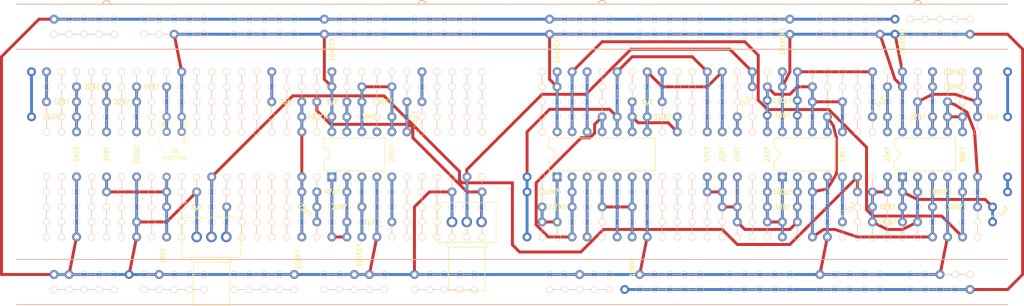
<source format=kicad_pcb>
(kicad_pcb (version 20170123) (host pcbnew "(2017-08-05 revision 2e96a5bc9)-master")
  (layers (0 F.Cu signal) (31 B.Cu signal) (34 B.Paste user) (35 F.Paste user) (36 B.SilkS user) (37 F.SilkS user) (38 B.Mask user) (39 F.Mask user) (44 Edge.Cuts user))
  (net 0 "")
  (net 1 GNDA)
  (net 2 "Net-(C1-Pad1)")
  (net 3 +5VA)
  (net 4 "Net-(C6-Pad2)")
  (net 5 "Net-(C8-Pad2)")
  (net 6 /RHY)
  (net 7 "Net-(C11-Pad2)")
  (net 8 /BASS12)
  (net 9 "Net-(C13-Pad1)")
  (net 10 "Net-(C14-Pad1)")
  (net 11 "Net-(C15-Pad1)")
  (net 12 "/UVCF(M)")
  (net 13 "/LVCF(M)")
  (net 14 "Net-(C16-Pad1)")
  (net 15 "Net-(C17-Pad2)")
  (net 16 "Net-(C17-Pad1)")
  (net 17 "Net-(C18-Pad2)")
  (net 18 /ToCh)
  (net 19 "Net-(C20-Pad2)")
  (net 20 /ACC)
  (net 21 "Net-(C22-Pad2)")
  (net 22 "Net-(C23-Pad2)")
  (net 23 /ACCOMP)
  (net 24 /RHYTHM)
  (net 25 /MONO)
  (net 26 "Net-(C27-Pad2)")
  (net 27 "Net-(C30-Pad1)")
  (net 28 "Net-(C30-Pad2)")
  (net 29 "Net-(C31-Pad1)")
  (net 30 "Net-(C31-Pad2)")
  (net 31 LOUT)
  (net 32 ROUT)
  (net 33 VE)
  (net 34 "Net-(DD3-Pad5)")
  (net 35 "Net-(NJM4558-1-Pad6)")
  (net 36 VBC)
  (net 37 /PERC9)
  (net 38 /PERC10)
  (net 39 "Net-(R17-Pad2)")
  (net 40 "Net-(R27-Pad2)")
  (net 41 /ChFB)
  (net 42 "Net-(R34-Pad1)")
  (net 43 /FromCh)
  (net 44 /ChWet)
  (net 45 /CH1)
  (net 46 /CH0)
  (net 47 "Net-(C27-Pad1)")
  (net 48 "Net-(C25-Pad1)")
  (net 49 /ADRY)
  (net 50 /MDRY)
  (module MyKi_TH_Board_Features:breadboard-endless (layer F.Cu) (at 228.6 53.34)
    (fp_text reference VAL** hide)
    (fp_text value REF** hide)
  )
  (module MyKi_TH_Board_Features:breadboard-endless (layer F.Cu) (at 144.78 53.34)
    (fp_text reference VAL** hide)
    (fp_text value REF** hide)
  )
  (module MyKi_Transistors:Universal_BJT_ECB_SM (layer F.Cu) (at 127 50.8)
    (fp_text reference T8 (at 1.27 3.175) (layer F.SilkS) (effects (font (size 0.6 0.6) (thickness 0.1))))
    (fp_text value 2SC1740? (at 1.27 4.445) (layer F.SilkS) (effects (font (size 0.6 0.55) (thickness 0.1))))
    (fp_line (start 0 -0.762) (end 0 -1.778) (layer B.Cu) (width 0.4))
    (fp_line (start 2.54 -0.762) (end 2.54 -1.778) (layer B.Cu) (width 0.4))
    (fp_text user E (at 3.048 1.524 180) (layer F.SilkS) (effects (font (size 0.7 0.7))))
    (fp_text user C (at 3.175 -1.27 180) (layer F.SilkS) (effects (font (size 0.7 0.7))))
    (fp_text user B (at -0.635 -1.27 180) (layer F.SilkS) (effects (font (size 0.7 0.7))))
    (pad 1 thru_hole circle (at 0 7.62 180) (size 1.4 1.4) (drill 0.8001) (layers *.Cu) (net 6 /RHY))
    (pad 3 thru_hole circle (at 0 0 180) (size 1.4 1.4) (drill 0.8001) (layers *.Cu) (net 39 "Net-(R17-Pad2)"))
    (pad 3 thru_hole circle (at 0 -2.54 180) (size 1.4 1.4) (drill 0.8001) (layers *.Cu) (net 39 "Net-(R17-Pad2)"))
    (pad 2 thru_hole circle (at 2.54 0 180) (size 1.4 1.4) (drill 0.8001) (layers *.Cu) (net 3 +5VA))
    (pad 2 thru_hole circle (at 2.54 -2.54 180) (size 1.4 1.4) (drill 0.8001) (layers *.Cu) (net 3 +5VA))
  )
  (module MyKi_TH_Panel_Controls:Pot_TH_Mini_pcbEdge (layer F.Cu) (at 175.26 66.04 270)
    (fp_text reference RV1)
    (fp_text value B50K?)
    (pad 3 thru_hole circle (at 0 -5 270) (size 1.8 1.8) (drill 1) (layers *.Cu *.Mask) (net 21 "Net-(C22-Pad2)"))
    (pad 2 thru_hole circle (at 0 -2.5 270) (size 1.8 1.8) (drill 1) (layers *.Cu *.Mask) (net 23 /ACCOMP))
    (pad 1 thru_hole circle (at 0 0 270) (size 1.8 1.8) (drill 1) (layers *.Cu *.Mask) (net 1 GNDA))
  )
  (module MyKi_TH_Panel_Controls:Pot_TH_Mini_pcbEdge (layer F.Cu) (at 132.08 68.58 270)
    (fp_text reference RV2)
    (fp_text value B50K?)
    (pad 1 thru_hole circle (at 0 0 270) (size 1.8 1.8) (drill 1) (layers *.Cu *.Mask) (net 1 GNDA))
    (pad 2 thru_hole circle (at 0 -2.5 270) (size 1.8 1.8) (drill 1) (layers *.Cu *.Mask) (net 24 /RHYTHM))
    (pad 3 thru_hole circle (at 0 -5 270) (size 1.8 1.8) (drill 1) (layers *.Cu *.Mask) (net 22 "Net-(C23-Pad2)"))
  )
  (module MyKi_Generics:200Mil_2TH_Polar_Generic (layer F.Cu) (at 264.16 48.26)
    (fp_text reference C34)
    (fp_text value 1µ? (at 2.54 0) (layer F.SilkS) (effects (font (size 0.8 0.7))))
    (pad 2 thru_hole circle (at 5.08 0) (size 1.5 1.5) (drill 0.8) (layers *.Cu *.Mask) (net 32 ROUT))
    (pad 1 thru_hole circle (at 0 0) (size 1.5 1.5) (drill 0.8) (layers *.Cu *.Mask) (net 29 "Net-(C31-Pad1)"))
  )
  (module MyKi_Generics:200Mil_2TH_Polar_Generic (layer F.Cu) (at 205.74 45.72)
    (fp_text reference C15)
    (fp_text value 1µ? (at 2.54 0) (layer F.SilkS) (effects (font (size 0.8 0.7))))
    (pad 2 thru_hole circle (at 5.08 0) (size 1.5 1.5) (drill 0.8) (layers *.Cu *.Mask) (net 12 "/UVCF(M)"))
    (pad 1 thru_hole circle (at 0 0) (size 1.5 1.5) (drill 0.8) (layers *.Cu *.Mask) (net 11 "Net-(C15-Pad1)"))
  )
  (module MyKi_Generics:200Mil_2TH_Generic (layer F.Cu) (at 261.62 55.88 90)
    (fp_text reference R45)
    (fp_text value 68K? (at 1.27 0 90) (layer F.SilkS) (effects (font (size 0.8 0.7))))
    (pad 1 thru_hole circle (at -2.54 0 90) (size 1.5 1.5) (drill 0.8) (layers *.Cu *.Mask) (net 44 /ChWet))
    (pad 2 thru_hole circle (at 5.08 0 90) (size 1.5 1.5) (drill 0.8) (layers *.Cu *.Mask) (net 34 "Net-(DD3-Pad5)"))
  )
  (module MyKi_Generics:200Mil_2TH_Generic (layer F.Cu) (at 256.54 43.18)
    (fp_text reference R48)
    (fp_text value 82K? (at 3.81 0) (layer F.SilkS) (effects (font (size 0.8 0.7))))
    (pad 2 thru_hole circle (at 7.62 0) (size 1.5 1.5) (drill 0.8) (layers *.Cu *.Mask) (net 29 "Net-(C31-Pad1)"))
    (pad 1 thru_hole circle (at 0 0) (size 1.5 1.5) (drill 0.8) (layers *.Cu *.Mask) (net 30 "Net-(C31-Pad2)"))
  )
  (module MyKi_Generics:200Mil_2TH_Generic (layer F.Cu) (at 261.62 40.64 180)
    (fp_text reference C31)
    (fp_text value 100p? (at 1.27 0 180) (layer F.SilkS) (effects (font (size 0.8 0.7))))
    (pad 2 thru_hole circle (at 5.08 0 180) (size 1.5 1.5) (drill 0.8) (layers *.Cu *.Mask) (net 30 "Net-(C31-Pad2)"))
    (pad 1 thru_hole circle (at -2.54 0 180) (size 1.5 1.5) (drill 0.8) (layers *.Cu *.Mask) (net 29 "Net-(C31-Pad1)"))
  )
  (module MyKi_Generics:200Mil_2TH_Generic (layer F.Cu) (at 149.86 68.58 270)
    (fp_text reference R22)
    (fp_text value 100K? (at 3.81 0.635 270) (layer F.SilkS) (effects (font (size 0.8 0.7))))
    (pad 2 thru_hole circle (at 6.35 1.27 270) (size 1.5 1.5) (drill 0.8) (layers *.Cu *.Mask) (net 1 GNDA))
    (pad 1 thru_hole circle (at 0 0 270) (size 1.5 1.5) (drill 0.8) (layers *.Cu *.Mask) (net 9 "Net-(C13-Pad1)"))
  )
  (module MyKi_Generics:200Mil_2TH_Generic (layer F.Cu) (at 154.94 48.26 180)
    (fp_text reference R21)
    (fp_text value 100K? (at 2.54 0 180) (layer F.SilkS) (effects (font (size 0.8 0.7))))
    (pad 2 thru_hole circle (at 5.079999 0 180) (size 1.5 1.5) (drill 0.8) (layers *.Cu *.Mask) (net 9 "Net-(C13-Pad1)"))
    (pad 1 thru_hole circle (at 0 0 180) (size 1.5 1.5) (drill 0.8) (layers *.Cu *.Mask) (net 3 +5VA))
  )
  (module MyKi_Generics:200Mil_2TH_Generic (layer F.Cu) (at 160.02 68.58 270)
    (fp_text reference C1)
    (fp_text value 10nKCK (at 3.048 0.508 270) (layer F.SilkS) (effects (font (size 0.8 0.7))))
    (pad 2 thru_hole circle (at 6.35 1.27 270) (size 1.5 1.5) (drill 0.8) (layers *.Cu *.Mask) (net 1 GNDA))
    (pad 1 thru_hole circle (at 0 0 270) (size 1.5 1.5) (drill 0.8) (layers *.Cu *.Mask) (net 2 "Net-(C1-Pad1)"))
  )
  (module MyKi_Generics:200Mil_2TH_Generic (layer F.Cu) (at 231.14 35.56 270)
    (fp_text reference C2)
    (fp_text value 10nKCK? (at 0 0 270) (layer F.SilkS) (effects (font (size 0.8 0.7))))
    (pad 2 thru_hole circle (at 5.08 0 270) (size 1.5 1.5) (drill 0.8) (layers *.Cu *.Mask) (net 3 +5VA))
    (pad 1 thru_hole circle (at -3.81 -1.27 270) (size 1.5 1.5) (drill 0.8) (layers *.Cu *.Mask) (net 1 GNDA))
  )
  (module MyKi_Generics:200Mil_2TH_Generic (layer F.Cu) (at 111.76 55.88 90)
    (fp_text reference C6)
    (fp_text value 1n5? (at 1.27 0 90) (layer F.SilkS) (effects (font (size 0.8 0.7))))
    (pad 2 thru_hole circle (at 5.08 0 90) (size 1.5 1.5) (drill 0.8) (layers *.Cu *.Mask) (net 4 "Net-(C6-Pad2)"))
    (pad 1 thru_hole circle (at -2.54 0 90) (size 1.5 1.5) (drill 0.8) (layers *.Cu *.Mask) (net 1 GNDA))
  )
  (module MyKi_Generics:200Mil_2TH_Generic (layer F.Cu) (at 116.84 55.88 90)
    (fp_text reference C8)
    (fp_text value 3n9? (at 1.27 0 90) (layer F.SilkS) (effects (font (size 0.8 0.7))))
    (pad 2 thru_hole circle (at 5.08 0 90) (size 1.5 1.5) (drill 0.8) (layers *.Cu *.Mask) (net 5 "Net-(C8-Pad2)"))
    (pad 1 thru_hole circle (at -2.54 0 90) (size 1.5 1.5) (drill 0.8) (layers *.Cu *.Mask) (net 6 /RHY))
  )
  (module MyKi_Generics:200Mil_2TH_Generic (layer F.Cu) (at 121.92 55.88 90)
    (fp_text reference C11)
    (fp_text value 220p? (at 1.27 0 90) (layer F.SilkS) (effects (font (size 0.8 0.7))))
    (pad 1 thru_hole circle (at -2.54 0 90) (size 1.5 1.5) (drill 0.8) (layers *.Cu *.Mask) (net 1 GNDA))
    (pad 2 thru_hole circle (at 5.08 0 90) (size 1.5 1.5) (drill 0.8) (layers *.Cu *.Mask) (net 7 "Net-(C11-Pad2)"))
  )
  (module MyKi_Generics:200Mil_2TH_Generic (layer F.Cu) (at 149.86 45.72 180)
    (fp_text reference C13)
    (fp_text value 33n? (at 2.54 0 180) (layer F.SilkS) (effects (font (size 0.8 0.7))))
    (pad 1 thru_hole circle (at 0 0 180) (size 1.5 1.5) (drill 0.8) (layers *.Cu *.Mask) (net 9 "Net-(C13-Pad1)"))
    (pad 2 thru_hole circle (at 5.08 0 180) (size 1.5 1.5) (drill 0.8) (layers *.Cu *.Mask) (net 8 /BASS12))
  )
  (module MyKi_Generics:200Mil_2TH_Generic (layer F.Cu) (at 198.12 68.58 270)
    (fp_text reference C14)
    (fp_text value ? (at 3.81 0 270) (layer F.SilkS) (effects (font (size 0.8 0.7))))
    (pad 1 thru_hole circle (at 0 0 270) (size 1.5 1.5) (drill 0.8) (layers *.Cu *.Mask) (net 10 "Net-(C14-Pad1)"))
    (pad 2 thru_hole circle (at 6.35 1.27 270) (size 1.5 1.5) (drill 0.8) (layers *.Cu *.Mask) (net 1 GNDA))
  )
  (module MyKi_Generics:200Mil_2TH_Polar_Generic (layer F.Cu) (at 168.91 50.8 90)
    (fp_text reference C16)
    (fp_text value 1µ? (at 2.54 0 90) (layer F.SilkS) (effects (font (size 0.8 0.7))))
    (pad 1 thru_hole circle (at 0 -1.27 90) (size 1.5 1.5) (drill 0.8) (layers *.Cu *.Mask) (net 14 "Net-(C16-Pad1)"))
    (pad 2 thru_hole circle (at 5.08 1.27 90) (size 1.5 1.5) (drill 0.8) (layers *.Cu *.Mask) (net 13 "/LVCF(M)"))
  )
  (module MyKi_Generics:200Mil_2TH_Polar_Generic (layer F.Cu) (at 163.83 66.04 180)
    (fp_text reference C17)
    (fp_text value 1µ? (at 2.54 0 180) (layer F.SilkS) (effects (font (size 0.8 0.7))))
    (pad 1 thru_hole circle (at -1.27 0 180) (size 1.5 1.5) (drill 0.8) (layers *.Cu *.Mask) (net 16 "Net-(C17-Pad1)"))
    (pad 2 thru_hole circle (at 6.35 0 180) (size 1.5 1.5) (drill 0.8) (layers *.Cu *.Mask) (net 15 "Net-(C17-Pad2)"))
  )
  (module MyKi_Generics:200Mil_2TH_Generic (layer F.Cu) (at 157.48 60.96 180)
    (fp_text reference C18)
    (fp_text value 47n? (at 2.54 0 180) (layer F.SilkS) (effects (font (size 0.8 0.7))))
    (pad 2 thru_hole circle (at 5.08 0 180) (size 1.5 1.5) (drill 0.8) (layers *.Cu *.Mask) (net 17 "Net-(C18-Pad2)"))
    (pad 1 thru_hole circle (at 0 0 180) (size 1.5 1.5) (drill 0.8) (layers *.Cu *.Mask) (net 15 "Net-(C17-Pad2)"))
  )
  (module MyKi_Generics:200Mil_2TH_Generic (layer F.Cu) (at 154.94 33.02 270)
    (fp_text reference C19)
    (fp_text value 10nKCK (at 3.81 0 270) (layer F.SilkS) (effects (font (size 0.8 0.7))))
    (pad 1 thru_hole circle (at -1.27 1.27 270) (size 1.5 1.5) (drill 0.8) (layers *.Cu *.Mask) (net 1 GNDA))
    (pad 2 thru_hole circle (at 7.62 0 270) (size 1.5 1.5) (drill 0.8) (layers *.Cu *.Mask) (net 3 +5VA))
  )
  (module MyKi_Generics:200Mil_2TH_Generic (layer F.Cu) (at 228.6 60.96)
    (fp_text reference C20)
    (fp_text value 100p? (at 2.54 0) (layer F.SilkS) (effects (font (size 0.8 0.7))))
    (pad 2 thru_hole circle (at 5.08 0) (size 1.5 1.5) (drill 0.8) (layers *.Cu *.Mask) (net 19 "Net-(C20-Pad2)"))
    (pad 1 thru_hole circle (at 0 0) (size 1.5 1.5) (drill 0.8) (layers *.Cu *.Mask) (net 18 /ToCh))
  )
  (module MyKi_Generics:200Mil_2TH_Polar_Generic (layer F.Cu) (at 157.48 45.72 180)
    (fp_text reference C22)
    (fp_text value 1µ? (at 2.54 0 180) (layer F.SilkS) (effects (font (size 0.8 0.7))))
    (pad 1 thru_hole circle (at 0 0 180) (size 1.5 1.5) (drill 0.8) (layers *.Cu *.Mask) (net 20 /ACC))
    (pad 2 thru_hole circle (at 5.079999 0 180) (size 1.5 1.5) (drill 0.8) (layers *.Cu *.Mask) (net 21 "Net-(C22-Pad2)"))
  )
  (module MyKi_Generics:200Mil_2TH_Polar_Generic (layer F.Cu) (at 129.54 63.5)
    (fp_text reference C23)
    (fp_text value 1µ? (at 2.54 0) (layer F.SilkS) (effects (font (size 0.8 0.7))))
    (pad 2 thru_hole circle (at 7.62 0) (size 1.5 1.5) (drill 0.8) (layers *.Cu *.Mask) (net 22 "Net-(C23-Pad2)"))
    (pad 1 thru_hole circle (at -2.54 0) (size 1.5 1.5) (drill 0.8) (layers *.Cu *.Mask) (net 6 /RHY))
  )
  (module MyKi_Generics:200Mil_2TH_Polar_Generic (layer F.Cu) (at 223.52 48.26 45)
    (fp_text reference C24)
    (fp_text value 1µ? (at 2.694077 -0.898026 45) (layer F.SilkS) (effects (font (size 0.8 0.7))))
    (pad 2 thru_hole circle (at 5.388154 -1.796051 45) (size 1.5 1.5) (drill 0.8) (layers *.Cu *.Mask) (net 23 /ACCOMP))
    (pad 1 thru_hole circle (at 0 0 45) (size 1.5 1.5) (drill 0.8) (layers *.Cu *.Mask) (net 49 /ADRY))
  )
  (module MyKi_Generics:200Mil_2TH_Polar_Generic (layer F.Cu) (at 241.3 66.04 45)
    (fp_text reference C25)
    (fp_text value 1µ? (at 2.694077 -0.898026 45) (layer F.SilkS) (effects (font (size 0.8 0.7))))
    (pad 1 thru_hole circle (at 0 0 45) (size 1.5 1.5) (drill 0.8) (layers *.Cu *.Mask) (net 48 "Net-(C25-Pad1)"))
    (pad 2 thru_hole circle (at 5.388154 -1.796051 45) (size 1.5 1.5) (drill 0.8) (layers *.Cu *.Mask) (net 24 /RHYTHM))
  )
  (module MyKi_Generics:200Mil_2TH_Generic (layer F.Cu) (at 193.04 35.56 270)
    (fp_text reference C26)
    (fp_text value 10nKCK? (at 1.27 0 270) (layer F.SilkS) (effects (font (size 0.8 0.7))))
    (pad 2 thru_hole circle (at 5.08 0 270) (size 1.5 1.5) (drill 0.8) (layers *.Cu *.Mask) (net 3 +5VA))
    (pad 1 thru_hole circle (at -3.81 1.27 270) (size 1.5 1.5) (drill 0.8) (layers *.Cu *.Mask) (net 1 GNDA))
  )
  (module MyKi_Generics:200Mil_2TH_Generic (layer F.Cu) (at 233.670266 45.492295 180)
    (fp_text reference C27)
    (fp_text value 100p? (at 2.54 0 180) (layer F.SilkS) (effects (font (size 0.8 0.7))))
    (pad 1 thru_hole circle (at 0 0 180) (size 1.5 1.5) (drill 0.8) (layers *.Cu *.Mask) (net 47 "Net-(C27-Pad1)"))
    (pad 2 thru_hole circle (at 5.08 0 180) (size 1.5 1.5) (drill 0.8) (layers *.Cu *.Mask) (net 26 "Net-(C27-Pad2)"))
  )
  (module MyKi_Generics:200Mil_2TH_Polar_Generic (layer F.Cu) (at 246.38 48.26 45)
    (fp_text reference C29)
    (fp_text value 1µ? (at 2.694077 -0.898026 45) (layer F.SilkS) (effects (font (size 0.8 0.7))))
    (pad 2 thru_hole circle (at 5.388154 -1.796051 45) (size 1.5 1.5) (drill 0.8) (layers *.Cu *.Mask) (net 25 /MONO))
    (pad 1 thru_hole circle (at 0 0 45) (size 1.5 1.5) (drill 0.8) (layers *.Cu *.Mask) (net 47 "Net-(C27-Pad1)"))
  )
  (module MyKi_Generics:200Mil_2TH_Generic (layer F.Cu) (at 251.46 66.04 180)
    (fp_text reference C30)
    (fp_text value 100p? (at 2.54 0 180) (layer F.SilkS) (effects (font (size 0.8 0.7))))
    (pad 2 thru_hole circle (at 5.08 0 180) (size 1.5 1.5) (drill 0.8) (layers *.Cu *.Mask) (net 28 "Net-(C30-Pad2)"))
    (pad 1 thru_hole circle (at 0 0 180) (size 1.5 1.5) (drill 0.8) (layers *.Cu *.Mask) (net 27 "Net-(C30-Pad1)"))
  )
  (module MyKi_Generics:200Mil_2TH_Generic (layer F.Cu) (at 251.46 35.56 270)
    (fp_text reference C32)
    (fp_text value 10nKCK? (at 0 0 270) (layer F.SilkS) (effects (font (size 0.8 0.7))))
    (pad 1 thru_hole circle (at -3.81 1.27 270) (size 1.5 1.5) (drill 0.8) (layers *.Cu *.Mask) (net 1 GNDA))
    (pad 2 thru_hole circle (at 5.079999 0 270) (size 1.5 1.5) (drill 0.8) (layers *.Cu *.Mask) (net 3 +5VA))
  )
  (module MyKi_Generics:200Mil_2TH_Polar_Generic (layer F.Cu) (at 266.7 66.04 45)
    (fp_text reference C33)
    (fp_text value 1µ? (at 2.54 0 45) (layer F.SilkS) (effects (font (size 0.8 0.7))))
    (pad 2 thru_hole circle (at 5.388154 -1.796051 45) (size 1.5 1.5) (drill 0.8) (layers *.Cu *.Mask) (net 31 LOUT))
    (pad 1 thru_hole circle (at 0 0 45) (size 1.5 1.5) (drill 0.8) (layers *.Cu *.Mask) (net 27 "Net-(C30-Pad1)"))
  )
  (module MyKi_TH_IC:300Mil_DIP8 (layer F.Cu) (at 231.14 58.42 90)
    (fp_text reference DD2)
    (fp_text value NJM4558)
    (pad 7 thru_hole circle (at 7.62 2.54 90) (size 1.5 1.5) (drill 0.8) (layers *.Cu *.Mask) (net 47 "Net-(C27-Pad1)"))
    (pad 6 thru_hole circle (at 7.62 5.08 90) (size 1.5 1.5) (drill 0.8) (layers *.Cu *.Mask) (net 26 "Net-(C27-Pad2)"))
    (pad 5 thru_hole circle (at 7.62 7.62 90) (size 1.5 1.5) (drill 0.8) (layers *.Cu *.Mask) (net 33 VE))
    (pad 4 thru_hole circle (at 0 7.62 90) (size 1.5 1.5) (drill 0.8) (layers *.Cu *.Mask) (net 1 GNDA))
    (pad 3 thru_hole circle (at 0 5.08 90) (size 1.5 1.5) (drill 0.8) (layers *.Cu *.Mask) (net 33 VE))
    (pad 2 thru_hole circle (at 0 2.54 90) (size 1.5 1.5) (drill 0.8) (layers *.Cu *.Mask) (net 19 "Net-(C20-Pad2)"))
    (pad 8 thru_hole circle (at 7.62 0 90) (size 1.5 1.5) (drill 0.8) (layers *.Cu *.Mask) (net 3 +5VA))
    (pad 1 thru_hole rect (at 0 0 90) (size 1.5 1.5) (drill 0.8) (layers *.Cu *.Mask) (net 18 /ToCh))
  )
  (module MyKi_TH_IC:300Mil_DIP8 (layer F.Cu) (at 251.46 58.42 90)
    (fp_text reference DD3)
    (fp_text value NJM4558)
    (pad 1 thru_hole rect (at 0 0 90) (size 1.5 1.5) (drill 0.8) (layers *.Cu *.Mask) (net 27 "Net-(C30-Pad1)"))
    (pad 8 thru_hole circle (at 7.62 0 90) (size 1.5 1.5) (drill 0.8) (layers *.Cu *.Mask) (net 3 +5VA))
    (pad 2 thru_hole circle (at 0 2.54 90) (size 1.5 1.5) (drill 0.8) (layers *.Cu *.Mask) (net 28 "Net-(C30-Pad2)"))
    (pad 3 thru_hole circle (at 0 5.08 90) (size 1.5 1.5) (drill 0.8) (layers *.Cu *.Mask) (net 33 VE))
    (pad 4 thru_hole circle (at 0 7.62 90) (size 1.5 1.5) (drill 0.8) (layers *.Cu *.Mask) (net 1 GNDA))
    (pad 5 thru_hole circle (at 7.62 7.62 90) (size 1.5 1.5) (drill 0.8) (layers *.Cu *.Mask) (net 34 "Net-(DD3-Pad5)"))
    (pad 6 thru_hole circle (at 7.62 5.08 90) (size 1.5 1.5) (drill 0.8) (layers *.Cu *.Mask) (net 30 "Net-(C31-Pad2)"))
    (pad 7 thru_hole circle (at 7.62 2.54 90) (size 1.5 1.5) (drill 0.8) (layers *.Cu *.Mask) (net 29 "Net-(C31-Pad1)"))
  )
  (module MyKi_TH_IC:300Mil_DIP8 (layer F.Cu) (at 154.94 58.42 90)
    (fp_text reference NJM4558-1)
    (fp_text value NJM4558 hide)
    (pad 1 thru_hole rect (at 0 0 90) (size 1.5 1.5) (drill 0.8) (layers *.Cu *.Mask) (net 15 "Net-(C17-Pad2)"))
    (pad 8 thru_hole circle (at 7.62 0 90) (size 1.5 1.5) (drill 0.8) (layers *.Cu *.Mask) (net 3 +5VA))
    (pad 2 thru_hole circle (at 0 2.54 90) (size 1.5 1.5) (drill 0.8) (layers *.Cu *.Mask) (net 15 "Net-(C17-Pad2)"))
    (pad 3 thru_hole circle (at 0 5.08 90) (size 1.5 1.5) (drill 0.8) (layers *.Cu *.Mask) (net 2 "Net-(C1-Pad1)"))
    (pad 4 thru_hole circle (at 0 7.62 90) (size 1.5 1.5) (drill 0.8) (layers *.Cu *.Mask) (net 1 GNDA))
    (pad 5 thru_hole circle (at 7.62 7.62 90) (size 1.5 1.5) (drill 0.8) (layers *.Cu *.Mask) (net 36 VBC))
    (pad 6 thru_hole circle (at 7.62 5.08 90) (size 1.5 1.5) (drill 0.8) (layers *.Cu *.Mask) (net 35 "Net-(NJM4558-1-Pad6)"))
    (pad 7 thru_hole circle (at 7.62 2.54 90) (size 1.5 1.5) (drill 0.8) (layers *.Cu *.Mask) (net 20 /ACC))
  )
  (module MyKi_Generics:200Mil_2TH_Generic (layer F.Cu) (at 111.76 48.26 180)
    (fp_text reference R3)
    (fp_text value 6.2K? (at 3.81 0 180) (layer F.SilkS) (effects (font (size 0.8 0.7))))
    (pad 1 thru_hole circle (at 0 0 180) (size 1.5 1.5) (drill 0.8) (layers *.Cu *.Mask) (net 4 "Net-(C6-Pad2)"))
    (pad 2 thru_hole circle (at 7.62 0 180) (size 1.5 1.5) (drill 0.8) (layers *.Cu *.Mask) (net 37 /PERC9))
  )
  (module MyKi_Generics:200Mil_2TH_Generic (layer F.Cu) (at 111.76 45.72 180)
    (fp_text reference R4)
    (fp_text value 12K? (at 2.54 0 180) (layer F.SilkS) (effects (font (size 0.8 0.7))))
    (pad 2 thru_hole circle (at 5.08 0 180) (size 1.5 1.5) (drill 0.8) (layers *.Cu *.Mask) (net 38 /PERC10))
    (pad 1 thru_hole circle (at 0 0 180) (size 1.5 1.5) (drill 0.8) (layers *.Cu *.Mask) (net 4 "Net-(C6-Pad2)"))
  )
  (module MyKi_Generics:200Mil_2TH_Generic (layer F.Cu) (at 111.76 43.18)
    (fp_text reference R11)
    (fp_text value 22K? (at 2.54 0) (layer F.SilkS) (effects (font (size 0.8 0.7))))
    (pad 1 thru_hole circle (at 0 0) (size 1.5 1.5) (drill 0.8) (layers *.Cu *.Mask) (net 4 "Net-(C6-Pad2)"))
    (pad 2 thru_hole circle (at 5.08 0) (size 1.5 1.5) (drill 0.8) (layers *.Cu *.Mask) (net 5 "Net-(C8-Pad2)"))
  )
  (module MyKi_Generics:200Mil_2TH_Generic (layer F.Cu) (at 116.84 45.72)
    (fp_text reference R13)
    (fp_text value 22K? (at 2.54 0) (layer F.SilkS) (effects (font (size 0.8 0.7))))
    (pad 2 thru_hole circle (at 5.08 0) (size 1.5 1.5) (drill 0.8) (layers *.Cu *.Mask) (net 7 "Net-(C11-Pad2)"))
    (pad 1 thru_hole circle (at 0 0) (size 1.5 1.5) (drill 0.8) (layers *.Cu *.Mask) (net 5 "Net-(C8-Pad2)"))
  )
  (module MyKi_Generics:200Mil_2TH_Generic (layer F.Cu) (at 121.92 43.18)
    (fp_text reference R17)
    (fp_text value 10K? (at 2.54 0) (layer F.SilkS) (effects (font (size 0.8 0.7))))
    (pad 1 thru_hole circle (at 0 0) (size 1.5 1.5) (drill 0.8) (layers *.Cu *.Mask) (net 7 "Net-(C11-Pad2)"))
    (pad 2 thru_hole circle (at 5.08 0) (size 1.5 1.5) (drill 0.8) (layers *.Cu *.Mask) (net 39 "Net-(R17-Pad2)"))
  )
  (module MyKi_Generics:200Mil_2TH_Generic (layer F.Cu) (at 127 73.66 90)
    (fp_text reference R20)
    (fp_text value 10K? (at 1.905 -0.635 90) (layer F.SilkS) (effects (font (size 0.8 0.7))))
    (pad 1 thru_hole circle (at -1.27 -1.27 90) (size 1.5 1.5) (drill 0.8) (layers *.Cu *.Mask) (net 1 GNDA))
    (pad 2 thru_hole circle (at 5.08 0 90) (size 1.5 1.5) (drill 0.8) (layers *.Cu *.Mask) (net 6 /RHY))
  )
  (module MyKi_Generics:200Mil_2TH_Generic (layer F.Cu) (at 148.59 62.23 315)
    (fp_text reference R23)
    (fp_text value 22K? (at 2.54 0 315) (layer F.SilkS) (effects (font (size 0.8 0.7))))
    (pad 1 thru_hole circle (at 0 -1.796051 315) (size 1.5 1.5) (drill 0.8) (layers *.Cu *.Mask) (net 9 "Net-(C13-Pad1)"))
    (pad 2 thru_hole circle (at 5.388154 0 315) (size 1.5 1.5) (drill 0.8) (layers *.Cu *.Mask) (net 17 "Net-(C18-Pad2)"))
  )
  (module MyKi_Generics:200Mil_2TH_Generic (layer F.Cu) (at 161.29 45.72)
    (fp_text reference R24)
    (fp_text value 10K? (at 2.54 0 180) (layer F.SilkS) (effects (font (size 0.8 0.7))))
    (pad 1 thru_hole circle (at -1.27 0) (size 1.5 1.5) (drill 0.8) (layers *.Cu *.Mask) (net 35 "Net-(NJM4558-1-Pad6)"))
    (pad 2 thru_hole circle (at 6.35 0) (size 1.5 1.5) (drill 0.8) (layers *.Cu *.Mask) (net 14 "Net-(C16-Pad1)"))
  )
  (module MyKi_Generics:200Mil_2TH_Generic (layer F.Cu) (at 165.1 52.07 270)
    (fp_text reference R25)
    (fp_text value 27K? (at 2.54 0 270) (layer F.SilkS) (effects (font (size 0.8 0.7))))
    (pad 1 thru_hole circle (at -1.27 0 270) (size 1.5 1.5) (drill 0.8) (layers *.Cu *.Mask) (net 35 "Net-(NJM4558-1-Pad6)"))
    (pad 2 thru_hole circle (at 6.35 0 270) (size 1.5 1.5) (drill 0.8) (layers *.Cu *.Mask) (net 16 "Net-(C17-Pad1)"))
  )
  (module MyKi_Generics:200Mil_2TH_Generic (layer F.Cu) (at 213.36 48.26 180)
    (fp_text reference R26)
    (fp_text value 3.3K? (at 2.54 0 180) (layer F.SilkS) (effects (font (size 0.8 0.7))))
    (pad 2 thru_hole circle (at 5.08 0 180) (size 1.5 1.5) (drill 0.8) (layers *.Cu *.Mask) (net 50 /MDRY))
    (pad 1 thru_hole circle (at 0 0 180) (size 1.5 1.5) (drill 0.8) (layers *.Cu *.Mask) (net 11 "Net-(C15-Pad1)"))
  )
  (module MyKi_Generics:200Mil_2TH_Generic (layer F.Cu) (at 205.74 73.66 90)
    (fp_text reference R27)
    (fp_text value 100K? (at 0 0 90) (layer F.SilkS) (effects (font (size 0.8 0.7))))
    (pad 1 thru_hole circle (at -3.81 -1.27 90) (size 1.5 1.5) (drill 0.8) (layers *.Cu *.Mask) (net 3 +5VA))
    (pad 2 thru_hole circle (at 5.08 0 90) (size 1.5 1.5) (drill 0.8) (layers *.Cu *.Mask) (net 40 "Net-(R27-Pad2)"))
  )
  (module MyKi_Generics:200Mil_2TH_Generic (layer F.Cu) (at 220.98 58.42 90)
    (fp_text reference R28)
    (fp_text value 22K? (at 3.81 0 90) (layer F.SilkS) (effects (font (size 0.8 0.7))))
    (pad 2 thru_hole circle (at 7.62 0 90) (size 1.5 1.5) (drill 0.8) (layers *.Cu *.Mask) (net 50 /MDRY))
    (pad 1 thru_hole circle (at 0 0 90) (size 1.5 1.5) (drill 0.8) (layers *.Cu *.Mask) (net 19 "Net-(C20-Pad2)"))
  )
  (module MyKi_Generics:200Mil_2TH_Generic (layer F.Cu) (at 223.52 58.42 90)
    (fp_text reference R29)
    (fp_text value 10K? (at 3.81 0 90) (layer F.SilkS) (effects (font (size 0.8 0.7))))
    (pad 1 thru_hole circle (at 0 0 90) (size 1.5 1.5) (drill 0.8) (layers *.Cu *.Mask) (net 19 "Net-(C20-Pad2)"))
    (pad 2 thru_hole circle (at 7.62 0 90) (size 1.5 1.5) (drill 0.8) (layers *.Cu *.Mask) (net 49 /ADRY))
  )
  (module MyKi_Generics:200Mil_2TH_Generic (layer F.Cu) (at 153.67 63.5)
    (fp_text reference R30)
    (fp_text value 22K? (at 2.54 0) (layer F.SilkS) (effects (font (size 0.8 0.7))))
    (pad 2 thru_hole circle (at 6.35 0) (size 1.5 1.5) (drill 0.8) (layers *.Cu *.Mask) (net 2 "Net-(C1-Pad1)"))
    (pad 1 thru_hole circle (at -1.27 0) (size 1.5 1.5) (drill 0.8) (layers *.Cu *.Mask) (net 17 "Net-(C18-Pad2)"))
  )
  (module MyKi_Generics:200Mil_2TH_Generic (layer F.Cu) (at 158.75 48.26)
    (fp_text reference R31)
    (fp_text value 10K? (at 2.54 0) (layer F.SilkS) (effects (font (size 0.8 0.7))))
    (pad 1 thru_hole circle (at -1.27 0) (size 1.5 1.5) (drill 0.8) (layers *.Cu *.Mask) (net 20 /ACC))
    (pad 2 thru_hole circle (at 6.35 0) (size 1.5 1.5) (drill 0.8) (layers *.Cu *.Mask) (net 35 "Net-(NJM4558-1-Pad6)"))
  )
  (module MyKi_Generics:200Mil_2TH_Generic (layer F.Cu) (at 218.44 58.42 90)
    (fp_text reference R32)
    (fp_text value 47K? (at 3.81 0 90) (layer F.SilkS) (effects (font (size 0.8 0.7))))
    (pad 1 thru_hole circle (at 0 0 90) (size 1.5 1.5) (drill 0.8) (layers *.Cu *.Mask) (net 19 "Net-(C20-Pad2)"))
    (pad 2 thru_hole circle (at 7.62 0 90) (size 1.5 1.5) (drill 0.8) (layers *.Cu *.Mask) (net 41 /ChFB))
  )
  (module MyKi_Generics:200Mil_2TH_Generic (layer F.Cu) (at 233.68 63.5 180)
    (fp_text reference R33)
    (fp_text value 18K? (at 2.54 0 180) (layer F.SilkS) (effects (font (size 0.8 0.7))))
    (pad 1 thru_hole circle (at 0 0 180) (size 1.5 1.5) (drill 0.8) (layers *.Cu *.Mask) (net 19 "Net-(C20-Pad2)"))
    (pad 2 thru_hole circle (at 5.08 0 180) (size 1.5 1.5) (drill 0.8) (layers *.Cu *.Mask) (net 18 /ToCh))
  )
  (module MyKi_Generics:200Mil_2TH_Generic (layer F.Cu) (at 195.58 60.96 180)
    (fp_text reference R34)
    (fp_text value 2.2M? (at 3.81 0 180) (layer F.SilkS) (effects (font (size 0.8 0.7))))
    (pad 1 thru_hole circle (at 0 0 180) (size 1.5 1.5) (drill 0.8) (layers *.Cu *.Mask) (net 42 "Net-(R34-Pad1)"))
    (pad 2 thru_hole circle (at 7.62 0 180) (size 1.5 1.5) (drill 0.8) (layers *.Cu *.Mask) (net 41 /ChFB))
  )
  (module MyKi_Generics:200Mil_2TH_Generic (layer F.Cu) (at 228.6 55.88 90)
    (fp_text reference R35)
    (fp_text value 22K? (at 1.27 0 90) (layer F.SilkS) (effects (font (size 0.8 0.7))))
    (pad 2 thru_hole circle (at 5.079999 0 90) (size 1.5 1.5) (drill 0.8) (layers *.Cu *.Mask) (net 26 "Net-(C27-Pad2)"))
    (pad 1 thru_hole circle (at -2.54 0 90) (size 1.5 1.5) (drill 0.8) (layers *.Cu *.Mask) (net 18 /ToCh))
  )
  (module MyKi_Generics:200Mil_2TH_Generic (layer F.Cu) (at 241.3 50.8 270)
    (fp_text reference R36)
    (fp_text value 18K? (at 3.81 0 270) (layer F.SilkS) (effects (font (size 0.8 0.7))))
    (pad 1 thru_hole circle (at 0 0 270) (size 1.5 1.5) (drill 0.8) (layers *.Cu *.Mask) (net 26 "Net-(C27-Pad2)"))
    (pad 2 thru_hole circle (at 7.62 0 270) (size 1.5 1.5) (drill 0.8) (layers *.Cu *.Mask) (net 48 "Net-(C25-Pad1)"))
  )
  (module MyKi_Generics:200Mil_2TH_Generic (layer F.Cu) (at 195.58 63.5 180)
    (fp_text reference R37)
    (fp_text value 2.2M? (at 2.54 0 180) (layer F.SilkS) (effects (font (size 0.8 0.7))))
    (pad 2 thru_hole circle (at 5.08 0 180) (size 1.5 1.5) (drill 0.8) (layers *.Cu *.Mask) (net 43 /FromCh))
    (pad 1 thru_hole circle (at 0 0 180) (size 1.5 1.5) (drill 0.8) (layers *.Cu *.Mask) (net 42 "Net-(R34-Pad1)"))
  )
  (module MyKi_Generics:200Mil_2TH_Generic (layer F.Cu) (at 228.590267 48.032296)
    (fp_text reference R38)
    (fp_text value 10K? (at 2.54 0) (layer F.SilkS) (effects (font (size 0.8 0.7))))
    (pad 2 thru_hole circle (at 5.079999 0) (size 1.5 1.5) (drill 0.8) (layers *.Cu *.Mask) (net 47 "Net-(C27-Pad1)"))
    (pad 1 thru_hole circle (at 0 0) (size 1.5 1.5) (drill 0.8) (layers *.Cu *.Mask) (net 26 "Net-(C27-Pad2)"))
  )
  (module MyKi_Generics:200Mil_2TH_Generic (layer F.Cu) (at 259.08 60.96 180)
    (fp_text reference R42)
    (fp_text value 68K? (at 1.27 0 180) (layer F.SilkS) (effects (font (size 0.8 0.7))))
    (pad 2 thru_hole circle (at 5.08 0 180) (size 1.5 1.5) (drill 0.8) (layers *.Cu *.Mask) (net 28 "Net-(C30-Pad2)"))
    (pad 1 thru_hole circle (at -2.54 0 180) (size 1.5 1.5) (drill 0.8) (layers *.Cu *.Mask) (net 44 /ChWet))
  )
  (module MyKi_Generics:200Mil_2TH_Generic (layer F.Cu) (at 248.92 50.8 270)
    (fp_text reference R43)
    (fp_text value 22K? (at 3.81 0 270) (layer F.SilkS) (effects (font (size 0.8 0.7))))
    (pad 1 thru_hole circle (at 0 0 270) (size 1.5 1.5) (drill 0.8) (layers *.Cu *.Mask) (net 25 /MONO))
    (pad 2 thru_hole circle (at 7.62 0 270) (size 1.5 1.5) (drill 0.8) (layers *.Cu *.Mask) (net 28 "Net-(C30-Pad2)"))
  )
  (module MyKi_Generics:200Mil_2TH_Generic (layer F.Cu) (at 251.46 48.26)
    (fp_text reference R44)
    (fp_text value 22K? (at 2.54 0) (layer F.SilkS) (effects (font (size 0.8 0.7))))
    (pad 2 thru_hole circle (at 5.08 0) (size 1.5 1.5) (drill 0.8) (layers *.Cu *.Mask) (net 30 "Net-(C31-Pad2)"))
    (pad 1 thru_hole circle (at -2.54 0) (size 1.5 1.5) (drill 0.8) (layers *.Cu *.Mask) (net 25 /MONO))
  )
  (module MyKi_Generics:200Mil_2TH_Generic (layer F.Cu) (at 261.62 63.5 180)
    (fp_text reference R46)
    (fp_text value 10K? (at 1.27 0 180) (layer F.SilkS) (effects (font (size 0.8 0.7))))
    (pad 1 thru_hole circle (at -2.54 0 180) (size 1.5 1.5) (drill 0.8) (layers *.Cu *.Mask) (net 34 "Net-(DD3-Pad5)"))
    (pad 2 thru_hole circle (at 5.08 0 180) (size 1.5 1.5) (drill 0.8) (layers *.Cu *.Mask) (net 33 VE))
  )
  (module MyKi_Generics:200Mil_2TH_Generic (layer F.Cu) (at 246.38 63.5)
    (fp_text reference R47)
    (fp_text value 82K? (at 2.54 0) (layer F.SilkS) (effects (font (size 0.8 0.7))))
    (pad 1 thru_hole circle (at 0 0) (size 1.5 1.5) (drill 0.8) (layers *.Cu *.Mask) (net 28 "Net-(C30-Pad2)"))
    (pad 2 thru_hole circle (at 5.08 0) (size 1.5 1.5) (drill 0.8) (layers *.Cu *.Mask) (net 27 "Net-(C30-Pad1)"))
  )
  (module MyKi_TH_IC:300Mil_DIP14 (layer F.Cu) (at 193.04 58.42 90)
    (fp_text reference TC4066-2)
    (fp_text value TC4066-2 hide)
    (pad 14 thru_hole circle (at 7.62 0 90) (size 1.5 1.5) (drill 0.8) (layers *.Cu *.Mask) (net 3 +5VA))
    (pad 7 thru_hole circle (at 0 15.24 90) (size 1.5 1.5) (drill 0.8) (layers *.Cu *.Mask) (net 1 GNDA))
    (pad 13 thru_hole circle (at 7.62 2.54 90) (size 1.5 1.5) (drill 0.8) (layers *.Cu *.Mask) (net 44 /ChWet))
    (pad 6 thru_hole circle (at 0 12.7 90) (size 1.5 1.5) (drill 0.8) (layers *.Cu *.Mask) (net 40 "Net-(R27-Pad2)"))
    (pad 12 thru_hole circle (at 7.62 5.08 90) (size 1.5 1.5) (drill 0.8) (layers *.Cu *.Mask) (net 45 /CH1))
    (pad 5 thru_hole circle (at 0 10.16 90) (size 1.5 1.5) (drill 0.8) (layers *.Cu *.Mask) (net 46 /CH0))
    (pad 11 thru_hole circle (at 7.62 7.62 90) (size 1.5 1.5) (drill 0.8) (layers *.Cu *.Mask) (net 42 "Net-(R34-Pad1)"))
    (pad 4 thru_hole circle (at 0 7.62 90) (size 1.5 1.5) (drill 0.8) (layers *.Cu *.Mask) (net 40 "Net-(R27-Pad2)"))
    (pad 10 thru_hole circle (at 7.62 10.16 90) (size 1.5 1.5) (drill 0.8) (layers *.Cu *.Mask) (net 41 /ChFB))
    (pad 3 thru_hole circle (at 0 5.08 90) (size 1.5 1.5) (drill 0.8) (layers *.Cu *.Mask) (net 10 "Net-(C14-Pad1)"))
    (pad 9 thru_hole circle (at 7.62 12.7 90) (size 1.5 1.5) (drill 0.8) (layers *.Cu *.Mask) (net 11 "Net-(C15-Pad1)"))
    (pad 2 thru_hole circle (at 0 2.54 90) (size 1.5 1.5) (drill 0.8) (layers *.Cu *.Mask) (net 42 "Net-(R34-Pad1)"))
    (pad 8 thru_hole circle (at 7.62 15.24 90) (size 1.5 1.5) (drill 0.8) (layers *.Cu *.Mask) (net 50 /MDRY))
    (pad 1 thru_hole rect (at 0 0 90) (size 1.5 1.5) (drill 0.8) (layers *.Cu *.Mask) (net 43 /FromCh))
  )
  (segment (start 237.49 74.93) (end 207.01 74.93) (width 0.5) (layer B.Cu) (net 1))
  (segment (start 107.95 74.93) (end 110.49 74.93) (width 0.5) (layer B.Cu) (net 1))
  (segment (start 99.06 74.93) (end 107.95 74.93) (width 0.5) (layer F.Cu) (net 1))
  (via (at 107.95 74.93) (size 1.5) (drill 0.8) (layers F.Cu B.Cu) (net 1))
  (segment (start 99.06 38.1) (end 99.06 74.93) (width 0.5) (layer F.Cu) (net 1))
  (segment (start 105.41 31.75) (end 99.06 38.1) (width 0.5) (layer F.Cu) (net 1))
  (segment (start 107.95 31.75) (end 105.41 31.75) (width 0.5) (layer F.Cu) (net 1))
  (segment (start 153.67 31.75) (end 107.95 31.75) (width 0.5) (layer B.Cu) (net 1))
  (via (at 107.95 31.75) (size 1.5) (drill 0.8) (layers F.Cu B.Cu) (net 1))
  (segment (start 168.91 74.93) (end 196.85 74.93) (width 0.5) (layer B.Cu) (net 1))
  (segment (start 168.91 74.93) (end 161.29 74.93) (width 0.5) (layer B.Cu) (net 1))
  (segment (start 171.45 60.96) (end 168.91 63.5) (width 0.5) (layer F.Cu) (net 1))
  (segment (start 168.91 63.5) (end 168.91 74.93) (width 0.5) (layer F.Cu) (net 1))
  (via (at 168.91 74.93) (size 1.5) (drill 0.8) (layers F.Cu B.Cu) (net 1))
  (segment (start 175.26 60.96) (end 171.45 60.96) (width 0.5) (layer F.Cu) (net 1))
  (segment (start 175.26 66.04) (end 175.26 60.96) (width 0.5) (layer B.Cu) (net 1))
  (via (at 175.26 60.96) (size 1.5) (drill 0.8) (layers F.Cu B.Cu) (net 1))
  (segment (start 191.77 31.75) (end 232.41 31.75) (width 0.5) (layer B.Cu) (net 1))
  (segment (start 153.67 31.75) (end 191.77 31.75) (width 0.5) (layer B.Cu) (net 1))
  (segment (start 125.73 74.93) (end 148.59 74.93) (width 0.5) (layer B.Cu) (net 1))
  (segment (start 121.92 58.42) (end 121.92 66.04) (width 0.5) (layer B.Cu) (net 1))
  (segment (start 121.92 66.04) (end 121.92 68.58) (width 0.5) (layer B.Cu) (net 1))
  (via (at 121.92 68.58) (size 1.5) (drill 0.8) (layers F.Cu B.Cu) (net 1))
  (via (at 120.65 74.93) (size 1.5) (drill 0.8) (layers F.Cu B.Cu) (net 1))
  (segment (start 120.65 74.93) (end 121.92 68.58) (width 0.5) (layer F.Cu) (net 1))
  (segment (start 132.08 68.58) (end 132.08 60.96) (width 0.5) (layer B.Cu) (net 1))
  (via (at 121.92 66.04) (size 1.5) (drill 0.8) (layers F.Cu B.Cu) (net 1))
  (segment (start 127 66.04) (end 121.92 66.04) (width 0.5) (layer F.Cu) (net 1))
  (segment (start 132.08 60.96) (end 127 66.04) (width 0.5) (layer F.Cu) (net 1))
  (via (at 132.08 60.96) (size 1.5) (drill 0.8) (layers F.Cu B.Cu) (net 1))
  (segment (start 120.65 74.93) (end 125.73 74.93) (width 0.5) (layer B.Cu) (net 1))
  (segment (start 111.76 68.58) (end 110.49 74.93) (width 0.5) (layer F.Cu) (net 1))
  (via (at 111.76 68.58) (size 1.5) (drill 0.8) (layers F.Cu B.Cu) (net 1))
  (segment (start 111.76 58.42) (end 111.76 68.58) (width 0.5) (layer B.Cu) (net 1))
  (segment (start 110.49 74.93) (end 120.65 74.93) (width 0.5) (layer B.Cu) (net 1))
  (via (at 110.49 74.93) (size 1.5) (drill 0.8) (layers F.Cu B.Cu) (net 1))
  (segment (start 237.49 74.93) (end 257.81 74.93) (width 0.5) (layer B.Cu) (net 1))
  (segment (start 238.76 58.42) (end 238.76 68.58) (width 0.5) (layer B.Cu) (net 1))
  (via (at 237.49 74.93) (size 1.5) (drill 0.8) (layers F.Cu B.Cu) (net 1))
  (segment (start 238.76 68.58) (end 237.49 74.93) (width 0.5) (layer F.Cu) (net 1))
  (via (at 238.76 68.58) (size 1.5) (drill 0.8) (layers F.Cu B.Cu) (net 1))
  (segment (start 161.29 74.93) (end 158.75 74.93) (width 0.5) (layer B.Cu) (net 1))
  (segment (start 148.59 74.93) (end 158.75 74.93) (width 0.5) (layer B.Cu) (net 1))
  (segment (start 161.29 74.93) (end 162.56 68.58) (width 0.5) (layer F.Cu) (net 1))
  (segment (start 162.56 60.96) (end 162.56 58.42) (width 0.5) (layer B.Cu) (net 1))
  (segment (start 162.56 60.96) (end 162.56 63.5) (width 0.5) (layer B.Cu) (net 1))
  (segment (start 162.56 63.5) (end 162.56 66.04) (width 0.5) (layer B.Cu) (net 1))
  (segment (start 162.56 66.04) (end 162.56 68.58) (width 0.5) (layer B.Cu) (net 1))
  (via (at 162.56 68.58) (size 1.5) (drill 0.8) (layers F.Cu B.Cu) (net 1))
  (via (at 161.29 74.93) (size 1.5) (drill 0.8) (layers F.Cu B.Cu) (net 1))
  (segment (start 262.89 34.29) (end 250.19 34.29) (width 0.5) (layer B.Cu) (net 3))
  (segment (start 271.78 36.83) (end 269.24 34.29) (width 0.5) (layer F.Cu) (net 3))
  (segment (start 269.24 34.29) (end 262.89 34.29) (width 0.5) (layer F.Cu) (net 3))
  (via (at 262.89 34.29) (size 1.5) (drill 0.8) (layers F.Cu B.Cu) (net 3))
  (segment (start 271.78 39.37) (end 271.78 36.83) (width 0.5) (layer F.Cu) (net 3))
  (segment (start 271.78 74.93) (end 271.78 39.37) (width 0.5) (layer F.Cu) (net 3))
  (segment (start 269.24 77.47) (end 271.78 74.93) (width 0.5) (layer F.Cu) (net 3))
  (segment (start 262.89 77.47) (end 269.24 77.47) (width 0.5) (layer F.Cu) (net 3))
  (segment (start 204.47 77.47) (end 262.89 77.47) (width 0.5) (layer B.Cu) (net 3))
  (via (at 262.89 77.47) (size 1.5) (drill 0.8) (layers F.Cu B.Cu) (net 3))
  (segment (start 232.41 34.29) (end 191.77 34.29) (width 0.5) (layer B.Cu) (net 3))
  (segment (start 153.67 34.29) (end 191.77 34.29) (width 0.5) (layer B.Cu) (net 3))
  (segment (start 153.67 34.29) (end 128.27 34.29) (width 0.5) (layer B.Cu) (net 3))
  (via (at 129.54 40.64) (size 1.5) (drill 0.8) (layers F.Cu B.Cu) (net 3))
  (via (at 128.27 34.29) (size 1.5) (drill 0.8) (layers F.Cu B.Cu) (net 3))
  (segment (start 129.54 40.64) (end 128.27 34.29) (width 0.5) (layer F.Cu) (net 3))
  (segment (start 129.54 48.26) (end 129.54 40.64) (width 0.5) (layer B.Cu) (net 3))
  (via (at 154.94 43.18) (size 1.5) (drill 0.8) (layers F.Cu B.Cu) (net 3))
  (segment (start 154.94 43.18) (end 153.67 41.91) (width 0.5) (layer F.Cu) (net 3))
  (segment (start 153.67 41.91) (end 153.67 34.29) (width 0.5) (layer F.Cu) (net 3))
  (via (at 193.04 43.18) (size 1.5) (drill 0.8) (layers F.Cu B.Cu) (net 3))
  (segment (start 191.77 34.29) (end 191.77 41.91) (width 0.5) (layer F.Cu) (net 3))
  (segment (start 191.77 41.91) (end 193.04 43.18) (width 0.5) (layer F.Cu) (net 3))
  (via (at 191.77 34.29) (size 1.5) (drill 0.8) (layers F.Cu B.Cu) (net 3))
  (via (at 153.67 34.29) (size 1.5) (drill 0.8) (layers F.Cu B.Cu) (net 3))
  (segment (start 129.54 48.26) (end 129.54 50.8) (width 0.5) (layer B.Cu) (net 3))
  (segment (start 154.94 43.18) (end 154.94 40.64) (width 0.5) (layer B.Cu) (net 3))
  (segment (start 154.94 48.26) (end 154.94 43.18) (width 0.5) (layer B.Cu) (net 3))
  (segment (start 111.76 48.26) (end 111.76 50.8) (width 0.5) (layer B.Cu) (net 4))
  (segment (start 111.76 45.72) (end 111.76 48.26) (width 0.5) (layer B.Cu) (net 4))
  (segment (start 111.76 43.18) (end 111.76 45.72) (width 0.5) (layer B.Cu) (net 4))
  (segment (start 116.84 45.72) (end 116.84 50.8) (width 0.5) (layer B.Cu) (net 5))
  (segment (start 116.84 43.18) (end 116.84 45.72) (width 0.5) (layer B.Cu) (net 5))
  (segment (start 127 60.96) (end 127 63.5) (width 0.5) (layer B.Cu) (net 6))
  (segment (start 127 63.5) (end 127 68.58) (width 0.5) (layer B.Cu) (net 6))
  (segment (start 127 58.42) (end 127 60.96) (width 0.5) (layer B.Cu) (net 6))
  (segment (start 116.84 58.42) (end 116.84 60.96) (width 0.5) (layer B.Cu) (net 6))
  (via (at 127 60.96) (size 1.5) (drill 0.8) (layers F.Cu B.Cu) (net 6))
  (segment (start 116.84 60.96) (end 127 60.96) (width 0.5) (layer F.Cu) (net 6))
  (via (at 116.84 60.96) (size 1.5) (drill 0.8) (layers F.Cu B.Cu) (net 6))
  (segment (start 121.92 45.72) (end 121.92 50.8) (width 0.5) (layer B.Cu) (net 7))
  (segment (start 121.92 43.18) (end 121.92 45.72) (width 0.5) (layer B.Cu) (net 7))
  (segment (start 149.86 68.58) (end 149.86 60.96) (width 0.5) (layer B.Cu) (net 9))
  (via (at 213.36 50.8) (size 1.5) (drill 0.8) (layers F.Cu B.Cu) (net 11))
  (segment (start 232.41 31.75) (end 250.19 31.75) (width 0.5) (layer B.Cu) (net 1))
  (segment (start 259.08 60.96) (end 259.08 63.5) (width 0.5) (layer B.Cu) (net 1))
  (segment (start 259.08 63.5) (end 259.08 66.04) (width 0.5) (layer B.Cu) (net 1))
  (segment (start 259.08 66.04) (end 259.08 68.58) (width 0.5) (layer B.Cu) (net 1))
  (via (at 259.08 68.58) (size 1.5) (drill 0.8) (layers F.Cu B.Cu) (net 1))
  (segment (start 259.08 60.96) (end 259.08 58.42) (width 0.5) (layer B.Cu) (net 1))
  (segment (start 257.81 74.93) (end 259.08 68.58) (width 0.5) (layer F.Cu) (net 1))
  (via (at 257.81 74.93) (size 1.5) (drill 0.8) (layers F.Cu B.Cu) (net 1))
  (segment (start 196.85 74.93) (end 207.01 74.93) (width 0.5) (layer B.Cu) (net 1))
  (segment (start 208.28 60.96) (end 208.28 58.42) (width 0.5) (layer B.Cu) (net 1))
  (segment (start 208.28 60.96) (end 208.28 63.5) (width 0.5) (layer B.Cu) (net 1))
  (segment (start 208.28 63.5) (end 208.28 66.04) (width 0.5) (layer B.Cu) (net 1))
  (via (at 208.28 68.58) (size 1.5) (drill 0.8) (layers F.Cu B.Cu) (net 1))
  (segment (start 208.28 66.04) (end 208.28 68.58) (width 0.5) (layer B.Cu) (net 1))
  (segment (start 207.01 74.93) (end 208.28 68.58) (width 0.5) (layer F.Cu) (net 1))
  (via (at 207.01 74.93) (size 1.5) (drill 0.8) (layers F.Cu B.Cu) (net 1))
  (segment (start 160.02 66.04) (end 160.02 68.58) (width 0.5) (layer B.Cu) (net 2))
  (segment (start 160.02 63.5) (end 160.02 66.04) (width 0.5) (layer B.Cu) (net 2))
  (segment (start 160.02 60.96) (end 160.02 63.5) (width 0.5) (layer B.Cu) (net 2))
  (segment (start 160.02 58.42) (end 160.02 60.96) (width 0.5) (layer B.Cu) (net 2))
  (segment (start 193.04 50.8) (end 193.04 43.18) (width 0.5) (layer B.Cu) (net 3))
  (segment (start 193.04 43.18) (end 193.04 40.64) (width 0.5) (layer B.Cu) (net 3))
  (segment (start 247.65 34.29) (end 232.41 34.29) (width 0.5) (layer B.Cu) (net 3))
  (segment (start 231.14 40.64) (end 231.14 43.18) (width 0.5) (layer B.Cu) (net 3))
  (segment (start 231.14 50.8) (end 231.14 43.18) (width 0.5) (layer B.Cu) (net 3))
  (via (at 232.41 34.29) (size 1.5) (drill 0.8) (layers F.Cu B.Cu) (net 3))
  (segment (start 232.41 40.64) (end 232.41 34.29) (width 0.5) (layer F.Cu) (net 3))
  (segment (start 231.14 43.18) (end 232.41 40.64) (width 0.5) (layer F.Cu) (net 3))
  (via (at 231.14 43.18) (size 1.5) (drill 0.8) (layers F.Cu B.Cu) (net 3))
  (segment (start 251.46 40.639999) (end 250.19 34.29) (width 0.5) (layer F.Cu) (net 3))
  (segment (start 250.19 34.29) (end 247.65 34.29) (width 0.5) (layer B.Cu) (net 3))
  (via (at 250.19 34.29) (size 1.5) (drill 0.8) (layers F.Cu B.Cu) (net 3))
  (via (at 251.46 43.18) (size 1.5) (drill 0.8) (layers F.Cu B.Cu) (net 3))
  (segment (start 250.19 41.91) (end 251.46 43.18) (width 0.5) (layer F.Cu) (net 3))
  (segment (start 247.65 34.29) (end 250.19 41.91) (width 0.5) (layer F.Cu) (net 3))
  (via (at 247.65 34.29) (size 1.5) (drill 0.8) (layers F.Cu B.Cu) (net 3))
  (segment (start 251.46 50.8) (end 251.46 48.26) (width 0.5) (layer B.Cu) (net 3))
  (segment (start 251.46 48.26) (end 251.46 45.72) (width 0.5) (layer B.Cu) (net 3))
  (segment (start 251.46 45.72) (end 251.46 43.18) (width 0.5) (layer B.Cu) (net 3))
  (segment (start 251.46 43.18) (end 251.46 40.64) (width 0.5) (layer B.Cu) (net 3))
  (segment (start 154.94 50.8) (end 154.94 48.26) (width 0.5) (layer B.Cu) (net 3))
  (segment (start 144.78 45.72) (end 144.78 43.18) (width 0.5) (layer B.Cu) (net 8))
  (via (at 144.78 40.64) (size 1.5) (drill 0.8) (layers F.Cu B.Cu) (net 8))
  (segment (start 144.78 43.18) (end 144.78 40.64) (width 0.5) (layer B.Cu) (net 8))
  (segment (start 149.860001 48.26) (end 149.86 45.72) (width 0.5) (layer B.Cu) (net 9))
  (segment (start 149.860001 48.26) (end 149.86 50.8) (width 0.5) (layer B.Cu) (net 9))
  (segment (start 149.86 58.42) (end 149.86 60.96) (width 0.5) (layer B.Cu) (net 9))
  (via (at 149.86 58.42) (size 1.5) (drill 0.8) (layers F.Cu B.Cu) (net 9))
  (segment (start 149.86 50.8) (end 149.86 58.42) (width 0.5) (layer F.Cu) (net 9))
  (via (at 149.86 50.8) (size 1.5) (drill 0.8) (layers F.Cu B.Cu) (net 9))
  (segment (start 198.12 58.42) (end 198.12 68.58) (width 0.5) (layer B.Cu) (net 10))
  (segment (start 205.74 48.26) (end 205.74 45.72) (width 0.5) (layer B.Cu) (net 11))
  (segment (start 213.36 50.8) (end 213.36 48.26) (width 0.5) (layer B.Cu) (net 11))
  (segment (start 205.74 48.26) (end 206.740001 49.260001) (width 0.5) (layer F.Cu) (net 11))
  (segment (start 206.740001 49.260001) (end 211.820001 49.260001) (width 0.5) (layer F.Cu) (net 11))
  (segment (start 211.820001 49.260001) (end 213.36 50.8) (width 0.5) (layer F.Cu) (net 11))
  (segment (start 231.14 66.04) (end 231.14 68.58) (width 0.5) (layer B.Cu) (net 18))
  (via (at 231.14 68.58) (size 1.5) (drill 0.8) (layers F.Cu B.Cu) (net 18))
  (segment (start 231.14 58.42) (end 231.14 66.04) (width 0.5) (layer B.Cu) (net 18))
  (segment (start 228.6 66.04) (end 228.6 63.5) (width 0.5) (layer B.Cu) (net 18))
  (via (at 228.6 66.04) (size 1.5) (drill 0.8) (layers F.Cu B.Cu) (net 18))
  (segment (start 231.14 66.04) (end 228.6 66.04) (width 0.5) (layer F.Cu) (net 18))
  (via (at 231.14 66.04) (size 1.5) (drill 0.8) (layers F.Cu B.Cu) (net 18))
  (segment (start 220.98 60.96) (end 220.98 58.42) (width 0.5) (layer B.Cu) (net 19))
  (segment (start 233.68 66.04) (end 232.41 67.31) (width 0.5) (layer F.Cu) (net 19))
  (via (at 233.68 66.04) (size 1.5) (drill 0.8) (layers F.Cu B.Cu) (net 19))
  (via (at 223.52 66.04) (size 1.5) (drill 0.8) (layers F.Cu B.Cu) (net 19))
  (segment (start 223.52 63.5) (end 223.52 66.04) (width 0.5) (layer B.Cu) (net 19))
  (segment (start 233.68 66.04) (end 233.68 63.5) (width 0.5) (layer B.Cu) (net 19))
  (segment (start 224.79 67.31) (end 223.52 66.04) (width 0.5) (layer F.Cu) (net 19))
  (segment (start 232.41 67.31) (end 224.79 67.31) (width 0.5) (layer F.Cu) (net 19))
  (segment (start 180.34 60.96) (end 177.8 60.96) (width 0.5) (layer F.Cu) (net 21))
  (segment (start 168.640001 50.319999) (end 167.850002 49.53) (width 0.5) (layer F.Cu) (net 21))
  (segment (start 152.400001 47.200003) (end 152.400001 46.78066) (width 0.5) (layer F.Cu) (net 21))
  (segment (start 177.8 60.96) (end 168.640001 51.800001) (width 0.5) (layer F.Cu) (net 21))
  (segment (start 167.850002 49.53) (end 154.729998 49.53) (width 0.5) (layer F.Cu) (net 21))
  (segment (start 154.729998 49.53) (end 152.400001 47.200003) (width 0.5) (layer F.Cu) (net 21))
  (segment (start 168.640001 51.800001) (end 168.640001 50.319999) (width 0.5) (layer F.Cu) (net 21))
  (segment (start 152.400001 46.78066) (end 152.400001 45.72) (width 0.5) (layer F.Cu) (net 21))
  (segment (start 180.26 66.04) (end 180.26 61.04) (width 0.5) (layer B.Cu) (net 21))
  (segment (start 180.26 61.04) (end 180.34 60.96) (width 0.5) (layer B.Cu) (net 21))
  (via (at 180.34 60.96) (size 1.5) (drill 0.8) (layers F.Cu B.Cu) (net 21))
  (segment (start 137.16 63.5) (end 137.08 68.58) (width 0.5) (layer B.Cu) (net 22))
  (segment (start 226.06 40.64) (end 222.25 36.83) (width 0.5) (layer F.Cu) (net 23))
  (segment (start 222.25 36.83) (end 205.529998 36.83) (width 0.5) (layer F.Cu) (net 23))
  (segment (start 177.76 58.38) (end 177.8 58.42) (width 0.5) (layer F.Cu) (net 23))
  (segment (start 205.529998 36.83) (end 197.909998 44.45) (width 0.5) (layer F.Cu) (net 23))
  (segment (start 177.76 57.19) (end 177.76 58.38) (width 0.5) (layer F.Cu) (net 23))
  (segment (start 197.909998 44.45) (end 190.5 44.45) (width 0.5) (layer F.Cu) (net 23))
  (segment (start 190.5 44.45) (end 177.76 57.19) (width 0.5) (layer F.Cu) (net 23))
  (segment (start 177.8 58.42) (end 177.8 66) (width 0.5) (layer B.Cu) (net 23))
  (segment (start 177.8 66) (end 177.76 66.04) (width 0.5) (layer B.Cu) (net 23))
  (via (at 177.8 58.42) (size 1.5) (drill 0.8) (layers F.Cu B.Cu) (net 23))
  (segment (start 186.69 71.12) (end 185.479997 69.909997) (width 0.5) (layer F.Cu) (net 24))
  (segment (start 185.479997 69.909997) (end 185.479997 59.420001) (width 0.5) (layer F.Cu) (net 24))
  (segment (start 197.060002 71.12) (end 186.69 71.12) (width 0.5) (layer F.Cu) (net 24))
  (segment (start 200.870002 67.31) (end 197.060002 71.12) (width 0.5) (layer F.Cu) (net 24))
  (segment (start 220.98 67.31) (end 200.870002 67.31) (width 0.5) (layer F.Cu) (net 24))
  (segment (start 223.52 69.85) (end 231.350002 69.85) (width 0.5) (layer F.Cu) (net 24))
  (segment (start 232.41 69.85) (end 223.52 69.85) (width 0.5) (layer F.Cu) (net 24))
  (segment (start 234.95 67.31) (end 232.41 69.85) (width 0.5) (layer F.Cu) (net 24))
  (segment (start 243.84 58.42) (end 234.95 67.31) (width 0.5) (layer F.Cu) (net 24))
  (segment (start 220.98 67.31) (end 223.52 69.85) (width 0.5) (layer F.Cu) (net 24))
  (segment (start 134.62 58.42) (end 148.320001 44.719999) (width 0.5) (layer F.Cu) (net 24))
  (segment (start 148.320001 44.719999) (end 163.747121 44.719999) (width 0.5) (layer F.Cu) (net 24))
  (segment (start 163.747121 44.719999) (end 176.53 57.502878) (width 0.5) (layer F.Cu) (net 24))
  (segment (start 176.53 57.502878) (end 176.53 58.98288) (width 0.5) (layer F.Cu) (net 24))
  (segment (start 176.53 58.98288) (end 176.967121 59.420001) (width 0.5) (layer F.Cu) (net 24))
  (segment (start 176.967121 59.420001) (end 185.479997 59.420001) (width 0.5) (layer F.Cu) (net 24))
  (segment (start 134.58 68.58) (end 134.62 58.42) (width 0.5) (layer B.Cu) (net 24))
  (via (at 134.62 58.42) (size 1.5) (drill 0.8) (layers F.Cu B.Cu) (net 24))
  (segment (start 243.84 60.96) (end 243.84 58.42) (width 0.5) (layer F.Cu) (net 24))
  (via (at 243.84 58.42) (size 1.5) (drill 0.8) (layers F.Cu B.Cu) (net 24))
  (segment (start 104.14 48.26) (end 104.14 40.64) (width 0.5) (layer B.Cu) (net 37))
  (via (at 104.14 40.64) (size 1.5) (drill 0.8) (layers F.Cu B.Cu) (net 37))
  (segment (start 106.68 45.72) (end 106.68 40.64) (width 0.5) (layer B.Cu) (net 38))
  (via (at 106.68 40.64) (size 1.5) (drill 0.8) (layers F.Cu B.Cu) (net 38))
  (segment (start 127 50.8) (end 127 48.26) (width 0.5) (layer B.Cu) (net 39))
  (segment (start 127 43.18) (end 127 48.26) (width 0.5) (layer B.Cu) (net 39))
  (segment (start 215.9 38.1) (end 218.44 40.64) (width 0.5) (layer F.Cu) (net 41))
  (segment (start 205.74 38.1) (end 215.9 38.1) (width 0.5) (layer F.Cu) (net 41))
  (segment (start 203.2 40.64) (end 205.74 38.1) (width 0.5) (layer F.Cu) (net 41))
  (segment (start 203.2 48.26) (end 203.2 40.64) (width 0.5) (layer B.Cu) (net 41))
  (segment (start 218.44 50.8) (end 218.44 40.64) (width 0.5) (layer B.Cu) (net 41))
  (via (at 218.44 40.64) (size 1.5) (drill 0.8) (layers F.Cu B.Cu) (net 41))
  (via (at 203.2 40.64) (size 1.5) (drill 0.8) (layers F.Cu B.Cu) (net 41))
  (segment (start 195.58 40.64) (end 200.66 35.56) (width 0.5) (layer F.Cu) (net 44))
  (segment (start 224.79 35.56) (end 227.060001 37.830001) (width 0.5) (layer F.Cu) (net 44))
  (segment (start 200.66 35.56) (end 224.79 35.56) (width 0.5) (layer F.Cu) (net 44))
  (segment (start 228.650264 47.032295) (end 239.012297 47.032295) (width 0.5) (layer F.Cu) (net 44))
  (segment (start 245.379999 53.399997) (end 245.379999 63.980001) (width 0.5) (layer F.Cu) (net 44))
  (segment (start 258.079999 65.039999) (end 260.870001 67.830001) (width 0.5) (layer F.Cu) (net 44))
  (segment (start 227.060001 37.830001) (end 227.060001 45.442032) (width 0.5) (layer F.Cu) (net 44))
  (segment (start 246.439997 65.039999) (end 258.079999 65.039999) (width 0.5) (layer F.Cu) (net 44))
  (segment (start 227.060001 45.442032) (end 228.650264 47.032295) (width 0.5) (layer F.Cu) (net 44))
  (segment (start 239.012297 47.032295) (end 245.379999 53.399997) (width 0.5) (layer F.Cu) (net 44))
  (segment (start 245.379999 63.980001) (end 246.439997 65.039999) (width 0.5) (layer F.Cu) (net 44))
  (segment (start 260.870001 67.830001) (end 261.62 68.58) (width 0.5) (layer F.Cu) (net 44))
  (segment (start 195.58 50.8) (end 195.58 40.64) (width 0.5) (layer B.Cu) (net 44))
  (via (at 195.58 40.64) (size 1.5) (drill 0.8) (layers F.Cu B.Cu) (net 44))
  (segment (start 261.62 60.96) (end 261.62 68.58) (width 0.5) (layer B.Cu) (net 44))
  (via (at 261.62 68.58) (size 1.5) (drill 0.8) (layers F.Cu B.Cu) (net 44))
  (segment (start 210.82 43.18) (end 218.44 43.18) (width 0.5) (layer F.Cu) (net 50))
  (segment (start 218.44 43.18) (end 220.98 40.64) (width 0.5) (layer F.Cu) (net 50))
  (segment (start 208.28 40.64) (end 210.82 43.18) (width 0.5) (layer F.Cu) (net 50))
  (segment (start 208.28 48.26) (end 208.28 40.64) (width 0.5) (layer B.Cu) (net 50))
  (segment (start 220.98 50.8) (end 220.98 40.64) (width 0.5) (layer B.Cu) (net 50))
  (via (at 220.98 40.64) (size 1.5) (drill 0.8) (layers F.Cu B.Cu) (net 50))
  (via (at 208.28 40.64) (size 1.5) (drill 0.8) (layers F.Cu B.Cu) (net 50))
  (segment (start 233.68 40.64) (end 246.38 40.64) (width 0.5) (layer F.Cu) (net 47))
  (segment (start 233.670266 45.492295) (end 233.670266 40.649734) (width 0.5) (layer B.Cu) (net 47))
  (segment (start 233.670266 40.649734) (end 233.68 40.64) (width 0.5) (layer B.Cu) (net 47))
  (via (at 233.68 40.64) (size 1.5) (drill 0.8) (layers F.Cu B.Cu) (net 47))
  (segment (start 256.54 68.58) (end 243.84 68.58) (width 0.5) (layer F.Cu) (net 33))
  (segment (start 256.54 66.04) (end 256.54 68.58) (width 0.5) (layer B.Cu) (net 33))
  (via (at 256.54 68.58) (size 1.5) (drill 0.8) (layers F.Cu B.Cu) (net 33))
  (segment (start 256.54 63.5) (end 256.54 66.04) (width 0.5) (layer B.Cu) (net 33))
  (via (at 236.22 68.58) (size 1.5) (drill 0.8) (layers F.Cu B.Cu) (net 33))
  (segment (start 236.22 68.58) (end 236.22 60.96) (width 0.5) (layer B.Cu) (net 33))
  (segment (start 238.125 67.31) (end 236.22 68.58) (width 0.5) (layer F.Cu) (net 33))
  (segment (start 240.03 67.31) (end 238.125 67.31) (width 0.5) (layer F.Cu) (net 33))
  (segment (start 243.84 68.58) (end 240.03 67.31) (width 0.5) (layer F.Cu) (net 33))
  (via (at 208.28 50.8) (size 1.5) (drill 0.8) (layers F.Cu B.Cu) (net 50))
  (segment (start 205.74 50.8) (end 205.74 48.26) (width 0.5) (layer B.Cu) (net 11))
  (via (at 205.74 48.26) (size 1.5) (drill 0.8) (layers F.Cu B.Cu) (net 11))
  (segment (start 210.82 45.72) (end 210.82 40.64) (width 0.5) (layer B.Cu) (net 12))
  (via (at 210.82 40.64) (size 1.5) (drill 0.8) (layers F.Cu B.Cu) (net 12))
  (segment (start 170.18 45.72) (end 170.18 43.18) (width 0.5) (layer B.Cu) (net 13))
  (via (at 170.18 40.64) (size 1.5) (drill 0.8) (layers F.Cu B.Cu) (net 13))
  (segment (start 170.18 43.18) (end 170.18 40.64) (width 0.5) (layer B.Cu) (net 13))
  (segment (start 167.64 45.72) (end 167.64 48.26) (width 0.5) (layer B.Cu) (net 14))
  (segment (start 167.64 48.26) (end 167.64 50.8) (width 0.5) (layer B.Cu) (net 14))
  (segment (start 154.94 60.96) (end 154.94 58.42) (width 0.5) (layer B.Cu) (net 15))
  (segment (start 154.94 63.5) (end 154.94 60.96) (width 0.5) (layer B.Cu) (net 15))
  (segment (start 154.94 66.04) (end 154.94 63.5) (width 0.5) (layer B.Cu) (net 15))
  (segment (start 154.94 68.58) (end 154.94 66.04) (width 0.5) (layer B.Cu) (net 15))
  (via (at 154.94 68.58) (size 1.5) (drill 0.8) (layers F.Cu B.Cu) (net 15))
  (segment (start 157.48 68.58) (end 154.94 68.58) (width 0.5) (layer F.Cu) (net 15))
  (via (at 157.48 68.58) (size 1.5) (drill 0.8) (layers F.Cu B.Cu) (net 15))
  (segment (start 157.48 66.04) (end 157.48 68.58) (width 0.5) (layer B.Cu) (net 15))
  (segment (start 157.48 63.5) (end 157.48 66.04) (width 0.5) (layer B.Cu) (net 15))
  (segment (start 157.48 60.96) (end 157.48 63.5) (width 0.5) (layer B.Cu) (net 15))
  (segment (start 157.48 58.42) (end 157.48 60.96) (width 0.5) (layer B.Cu) (net 15))
  (segment (start 165.1 58.42) (end 165.1 60.96) (width 0.5) (layer B.Cu) (net 16))
  (segment (start 165.1 63.5) (end 165.1 66.04) (width 0.5) (layer B.Cu) (net 16))
  (segment (start 165.1 60.96) (end 165.1 63.5) (width 0.5) (layer B.Cu) (net 16))
  (segment (start 152.4 63.5) (end 152.4 66.04) (width 0.5) (layer B.Cu) (net 17))
  (segment (start 152.4 63.5) (end 152.4 60.96) (width 0.5) (layer B.Cu) (net 17))
  (segment (start 228.6 60.96) (end 228.6 63.5) (width 0.5) (layer B.Cu) (net 18))
  (segment (start 228.6 58.42) (end 228.6 60.96) (width 0.5) (layer B.Cu) (net 18))
  (segment (start 223.52 63.5) (end 223.52 58.42) (width 0.5) (layer B.Cu) (net 19))
  (segment (start 218.44 60.96) (end 218.44 58.42) (width 0.5) (layer B.Cu) (net 19))
  (via (at 218.44 60.96) (size 1.5) (drill 0.8) (layers F.Cu B.Cu) (net 19))
  (segment (start 220.98 60.96) (end 218.44 60.96) (width 0.5) (layer F.Cu) (net 19))
  (via (at 220.98 60.96) (size 1.5) (drill 0.8) (layers F.Cu B.Cu) (net 19))
  (segment (start 220.98 63.5) (end 220.98 60.96) (width 0.5) (layer B.Cu) (net 19))
  (via (at 220.98 63.5) (size 1.5) (drill 0.8) (layers F.Cu B.Cu) (net 19))
  (segment (start 223.52 63.5) (end 220.98 63.5) (width 0.5) (layer F.Cu) (net 19))
  (via (at 223.52 63.5) (size 1.5) (drill 0.8) (layers F.Cu B.Cu) (net 19))
  (segment (start 233.68 60.96) (end 233.68 58.42) (width 0.5) (layer B.Cu) (net 19))
  (segment (start 233.68 63.5) (end 233.68 60.96) (width 0.5) (layer B.Cu) (net 19))
  (segment (start 157.48 48.26) (end 157.48 45.72) (width 0.5) (layer B.Cu) (net 20))
  (segment (start 157.48 50.8) (end 157.48 48.26) (width 0.5) (layer B.Cu) (net 20))
  (segment (start 226.06 43.18) (end 226.06 40.64) (width 0.5) (layer B.Cu) (net 23))
  (via (at 226.06 40.64) (size 1.5) (drill 0.8) (layers F.Cu B.Cu) (net 23))
  (segment (start 223.52 50.8) (end 223.52 48.26) (width 0.5) (layer B.Cu) (net 49))
  (segment (start 241.3 58.42) (end 241.3 66.04) (width 0.5) (layer B.Cu) (net 48))
  (segment (start 233.670266 45.492295) (end 233.670266 48.032296) (width 0.5) (layer B.Cu) (net 47))
  (segment (start 233.68 50.8) (end 233.68 48.04203) (width 0.5) (layer B.Cu) (net 47))
  (segment (start 233.68 48.04203) (end 233.670266 48.032296) (width 0.5) (layer B.Cu) (net 47))
  (segment (start 246.38 48.26) (end 246.38 45.72) (width 0.5) (layer B.Cu) (net 47))
  (via (at 246.38 40.64) (size 1.5) (drill 0.8) (layers F.Cu B.Cu) (net 47))
  (segment (start 246.38 43.18) (end 246.38 40.64) (width 0.5) (layer B.Cu) (net 47))
  (segment (start 246.38 45.72) (end 246.38 43.18) (width 0.5) (layer B.Cu) (net 47))
  (segment (start 241.3 45.72) (end 236.22 45.72) (width 0.5) (layer F.Cu) (net 26))
  (via (at 236.22 45.72) (size 1.5) (drill 0.8) (layers F.Cu B.Cu) (net 26))
  (segment (start 241.3 48.26) (end 241.3 45.72) (width 0.5) (layer B.Cu) (net 26))
  (via (at 241.3 45.72) (size 1.5) (drill 0.8) (layers F.Cu B.Cu) (net 26))
  (segment (start 241.3 50.8) (end 241.3 48.26) (width 0.5) (layer B.Cu) (net 26))
  (segment (start 228.590267 48.032296) (end 228.590267 50.790268) (width 0.5) (layer B.Cu) (net 26))
  (segment (start 228.590267 50.790268) (end 228.6 50.800001) (width 0.5) (layer B.Cu) (net 26))
  (segment (start 228.590267 48.032296) (end 228.590267 45.492296) (width 0.5) (layer B.Cu) (net 26))
  (segment (start 228.590267 45.492296) (end 228.590266 45.492295) (width 0.5) (layer B.Cu) (net 26))
  (segment (start 228.6 43.18) (end 228.6 45.482561) (width 0.5) (layer B.Cu) (net 26))
  (segment (start 228.6 45.482561) (end 228.590266 45.492295) (width 0.5) (layer B.Cu) (net 26))
  (segment (start 230.929998 44.45) (end 229.87 44.45) (width 0.5) (layer F.Cu) (net 26))
  (segment (start 229.87 44.45) (end 228.6 43.18) (width 0.5) (layer F.Cu) (net 26))
  (via (at 228.6 43.18) (size 1.5) (drill 0.8) (layers F.Cu B.Cu) (net 26))
  (segment (start 232.41 44.45) (end 230.929998 44.45) (width 0.5) (layer F.Cu) (net 26))
  (segment (start 233.68 43.18) (end 232.41 44.45) (width 0.5) (layer F.Cu) (net 26))
  (segment (start 236.22 43.18) (end 233.68 43.18) (width 0.5) (layer F.Cu) (net 26))
  (segment (start 236.22 45.72) (end 236.22 43.18) (width 0.5) (layer B.Cu) (net 26))
  (via (at 236.22 43.18) (size 1.5) (drill 0.8) (layers F.Cu B.Cu) (net 26))
  (segment (start 236.22 48.26) (end 236.22 45.72) (width 0.5) (layer B.Cu) (net 26))
  (segment (start 236.22 50.8) (end 236.22 48.26) (width 0.5) (layer B.Cu) (net 26))
  (segment (start 248.92 48.26) (end 248.92 45.72) (width 0.5) (layer B.Cu) (net 25))
  (segment (start 248.92 45.72) (end 248.92 43.18) (width 0.5) (layer B.Cu) (net 25))
  (segment (start 248.92 48.26) (end 248.92 50.8) (width 0.5) (layer B.Cu) (net 25))
  (segment (start 265.43 62.23) (end 266.7 63.5) (width 0.5) (layer F.Cu) (net 27))
  (via (at 251.46 60.96) (size 1.5) (drill 0.8) (layers F.Cu B.Cu) (net 27))
  (segment (start 251.46 60.96) (end 254 62.23) (width 0.5) (layer F.Cu) (net 27))
  (segment (start 265.43 62.23) (end 254 62.23) (width 0.5) (layer F.Cu) (net 27))
  (segment (start 266.7 63.5) (end 266.7 66.04) (width 0.5) (layer B.Cu) (net 27))
  (via (at 266.7 63.5) (size 1.5) (drill 0.8) (layers F.Cu B.Cu) (net 27))
  (segment (start 251.46 63.5) (end 251.46 66.04) (width 0.5) (layer B.Cu) (net 27))
  (segment (start 251.46 63.5) (end 251.46 60.96) (width 0.5) (layer B.Cu) (net 27))
  (segment (start 251.46 60.96) (end 251.46 58.42) (width 0.5) (layer B.Cu) (net 27))
  (segment (start 248.92 58.42) (end 248.92 60.96) (width 0.5) (layer B.Cu) (net 28))
  (segment (start 246.38 60.96) (end 246.38 63.5) (width 0.5) (layer B.Cu) (net 28))
  (via (at 246.38 60.96) (size 1.5) (drill 0.8) (layers F.Cu B.Cu) (net 28))
  (segment (start 248.92 60.96) (end 246.38 60.96) (width 0.5) (layer F.Cu) (net 28))
  (via (at 248.92 60.96) (size 1.5) (drill 0.8) (layers F.Cu B.Cu) (net 28))
  (segment (start 246.38 63.5) (end 246.38 66.04) (width 0.5) (layer B.Cu) (net 28))
  (via (at 246.38 66.04) (size 1.5) (drill 0.8) (layers F.Cu B.Cu) (net 28))
  (segment (start 246.38 66.04) (end 248.92 67.31) (width 0.5) (layer F.Cu) (net 28))
  (segment (start 248.92 67.31) (end 251.46 67.31) (width 0.5) (layer F.Cu) (net 28))
  (segment (start 251.46 67.31) (end 254 66.04) (width 0.5) (layer F.Cu) (net 28))
  (via (at 254 66.04) (size 1.5) (drill 0.8) (layers F.Cu B.Cu) (net 28))
  (segment (start 254 66.04) (end 254 60.96) (width 0.5) (layer B.Cu) (net 28))
  (segment (start 254 60.96) (end 254 58.42) (width 0.5) (layer B.Cu) (net 28))
  (segment (start 264.16 45.72) (end 264.16 48.26) (width 0.5) (layer B.Cu) (net 29))
  (segment (start 254 50.8) (end 254 48.26) (width 0.5) (layer B.Cu) (net 29))
  (segment (start 264.16 45.72) (end 264.16 43.18) (width 0.5) (layer B.Cu) (net 29))
  (via (at 264.16 45.72) (size 1.5) (drill 0.8) (layers F.Cu B.Cu) (net 29))
  (segment (start 260.35 44.45) (end 264.16 45.72) (width 0.5) (layer F.Cu) (net 29))
  (segment (start 256.54 44.45) (end 260.35 44.45) (width 0.5) (layer F.Cu) (net 29))
  (segment (start 254 45.72) (end 256.54 44.45) (width 0.5) (layer F.Cu) (net 29))
  (via (at 254 45.72) (size 1.5) (drill 0.8) (layers F.Cu B.Cu) (net 29))
  (segment (start 254 48.26) (end 254 45.72) (width 0.5) (layer B.Cu) (net 29))
  (segment (start 264.16 40.64) (end 264.16 43.18) (width 0.5) (layer B.Cu) (net 29))
  (segment (start 256.54 43.18) (end 256.54 40.64) (width 0.5) (layer B.Cu) (net 30))
  (segment (start 256.54 50.8) (end 256.54 48.26) (width 0.5) (layer B.Cu) (net 30))
  (segment (start 256.54 48.26) (end 256.54 45.72) (width 0.5) (layer B.Cu) (net 30))
  (segment (start 256.54 45.72) (end 256.54 43.18) (width 0.5) (layer B.Cu) (net 30))
  (segment (start 269.24 60.96) (end 269.24 58.42) (width 0.5) (layer B.Cu) (net 31))
  (via (at 269.24 58.42) (size 1.5) (drill 0.8) (layers F.Cu B.Cu) (net 31))
  (segment (start 269.24 48.26) (end 269.24 40.64) (width 0.5) (layer B.Cu) (net 32))
  (via (at 269.24 40.64) (size 1.5) (drill 0.8) (layers F.Cu B.Cu) (net 32))
  (segment (start 239.776 49.784) (end 238.76 48.26) (width 0.5) (layer F.Cu) (net 33))
  (via (at 236.22 60.96) (size 1.5) (drill 0.8) (layers F.Cu B.Cu) (net 33))
  (segment (start 236.22 60.96) (end 238.76 60.452) (width 0.5) (layer F.Cu) (net 33))
  (segment (start 238.76 60.452) (end 240.284 57.912) (width 0.5) (layer F.Cu) (net 33))
  (segment (start 240.284 57.912) (end 240.284 51.816) (width 0.5) (layer F.Cu) (net 33))
  (segment (start 240.284 51.816) (end 239.776 49.784) (width 0.5) (layer F.Cu) (net 33))
  (segment (start 236.22 58.42) (end 236.22 60.96) (width 0.5) (layer B.Cu) (net 33))
  (segment (start 238.76 48.26) (end 238.76 50.8) (width 0.5) (layer B.Cu) (net 33))
  (via (at 238.76 48.26) (size 1.5) (drill 0.8) (layers F.Cu B.Cu) (net 33))
  (segment (start 256.54 58.42) (end 256.54 60.96) (width 0.5) (layer B.Cu) (net 33))
  (segment (start 256.54 60.96) (end 256.54 63.5) (width 0.5) (layer B.Cu) (net 33))
  (segment (start 259.08 48.26) (end 259.08 45.72) (width 0.5) (layer B.Cu) (net 34))
  (segment (start 264.16 60.96) (end 264.16 63.5) (width 0.5) (layer B.Cu) (net 34))
  (segment (start 264.16 58.42) (end 264.16 60.96) (width 0.5) (layer B.Cu) (net 34))
  (via (at 264.16 58.42) (size 1.5) (drill 0.8) (layers F.Cu B.Cu) (net 34))
  (segment (start 263.652 50.8) (end 264.16 58.42) (width 0.5) (layer F.Cu) (net 34))
  (segment (start 262.382 47.498) (end 263.652 50.8) (width 0.5) (layer F.Cu) (net 34))
  (segment (start 260.35 46.228) (end 262.382 47.498) (width 0.5) (layer F.Cu) (net 34))
  (segment (start 259.08 45.72) (end 260.35 46.228) (width 0.5) (layer F.Cu) (net 34))
  (via (at 259.08 45.72) (size 1.5) (drill 0.8) (layers F.Cu B.Cu) (net 34))
  (segment (start 259.08 50.8) (end 259.08 48.26) (width 0.5) (layer B.Cu) (net 34))
  (segment (start 261.62 48.26) (end 261.62 50.8) (width 0.5) (layer B.Cu) (net 34))
  (via (at 261.62 48.26) (size 1.5) (drill 0.8) (layers F.Cu B.Cu) (net 34))
  (segment (start 259.08 48.26) (end 261.62 48.26) (width 0.5) (layer F.Cu) (net 34))
  (via (at 259.08 48.26) (size 1.5) (drill 0.8) (layers F.Cu B.Cu) (net 34))
  (segment (start 165.1 48.26) (end 165.1 50.8) (width 0.5) (layer B.Cu) (net 35))
  (segment (start 165.1 45.72) (end 165.1 48.26) (width 0.5) (layer B.Cu) (net 35))
  (segment (start 165.1 43.18) (end 165.1 45.72) (width 0.5) (layer B.Cu) (net 35))
  (via (at 165.1 43.18) (size 1.5) (drill 0.8) (layers F.Cu B.Cu) (net 35))
  (segment (start 160.02 43.18) (end 165.1 43.18) (width 0.5) (layer F.Cu) (net 35))
  (via (at 160.02 43.18) (size 1.5) (drill 0.8) (layers F.Cu B.Cu) (net 35))
  (segment (start 160.02 45.72) (end 160.02 43.18) (width 0.5) (layer B.Cu) (net 35))
  (segment (start 160.02 48.26) (end 160.02 45.72) (width 0.5) (layer B.Cu) (net 35))
  (segment (start 160.02 50.8) (end 160.02 48.26) (width 0.5) (layer B.Cu) (net 35))
  (segment (start 205.74 63.5) (end 205.74 68.58) (width 0.5) (layer B.Cu) (net 40))
  (segment (start 205.74 58.42) (end 205.74 60.96) (width 0.5) (layer B.Cu) (net 40))
  (segment (start 205.74 63.5) (end 205.74 60.96) (width 0.5) (layer B.Cu) (net 40))
  (segment (start 200.66 63.5) (end 205.74 63.5) (width 0.5) (layer F.Cu) (net 40))
  (via (at 205.74 63.5) (size 1.5) (drill 0.8) (layers F.Cu B.Cu) (net 40))
  (segment (start 200.66 58.42) (end 200.66 63.5) (width 0.5) (layer B.Cu) (net 40))
  (via (at 200.66 63.5) (size 1.5) (drill 0.8) (layers F.Cu B.Cu) (net 40))
  (segment (start 203.2 48.26) (end 203.2 50.8) (width 0.5) (layer B.Cu) (net 41))
  (segment (start 201.93 46.99) (end 203.2 48.26) (width 0.5) (layer F.Cu) (net 41))
  (via (at 203.2 48.26) (size 1.5) (drill 0.8) (layers F.Cu B.Cu) (net 41))
  (segment (start 191.77 46.99) (end 201.93 46.99) (width 0.5) (layer F.Cu) (net 41))
  (segment (start 187.96 50.8) (end 191.77 46.99) (width 0.5) (layer F.Cu) (net 41))
  (segment (start 187.96 58.42) (end 187.96 50.8) (width 0.5) (layer F.Cu) (net 41))
  (segment (start 187.96 60.96) (end 187.96 58.42) (width 0.5) (layer B.Cu) (net 41))
  (via (at 187.96 58.42) (size 1.5) (drill 0.8) (layers F.Cu B.Cu) (net 41))
  (segment (start 187.96 60.96) (end 187.96 68.58) (width 0.5) (layer B.Cu) (net 41))
  (via (at 187.96 68.58) (size 1.5) (drill 0.8) (layers F.Cu B.Cu) (net 41))
  (segment (start 200.66 48.26) (end 200.66 50.8) (width 0.5) (layer B.Cu) (net 42))
  (segment (start 199.39 51.010002) (end 199.39 49.53) (width 0.5) (layer F.Cu) (net 42))
  (segment (start 199.39 49.53) (end 200.66 48.26) (width 0.5) (layer F.Cu) (net 42))
  (via (at 200.66 48.26) (size 1.5) (drill 0.8) (layers F.Cu B.Cu) (net 42))
  (segment (start 189.499999 59.420001) (end 197.119999 51.800001) (width 0.5) (layer F.Cu) (net 42))
  (segment (start 197.119999 51.800001) (end 198.600001 51.800001) (width 0.5) (layer F.Cu) (net 42))
  (segment (start 198.600001 51.800001) (end 199.39 51.010002) (width 0.5) (layer F.Cu) (net 42))
  (segment (start 191.77 68.58) (end 191.559998 68.58) (width 0.5) (layer F.Cu) (net 42))
  (segment (start 191.559998 68.58) (end 189.499999 66.520001) (width 0.5) (layer F.Cu) (net 42))
  (segment (start 189.499999 66.520001) (end 189.499999 59.420001) (width 0.5) (layer F.Cu) (net 42))
  (segment (start 195.58 68.58) (end 191.77 68.58) (width 0.5) (layer F.Cu) (net 42))
  (segment (start 195.58 63.5) (end 195.58 68.58) (width 0.5) (layer B.Cu) (net 42))
  (via (at 195.58 68.58) (size 1.5) (drill 0.8) (layers F.Cu B.Cu) (net 42))
  (segment (start 195.58 60.96) (end 195.58 63.5) (width 0.5) (layer B.Cu) (net 42))
  (segment (start 195.58 58.42) (end 195.58 60.96) (width 0.5) (layer B.Cu) (net 42))
  (segment (start 193.04 66.04) (end 193.04 60.96) (width 0.5) (layer B.Cu) (net 43))
  (segment (start 193.04 60.96) (end 193.04 58.42) (width 0.5) (layer B.Cu) (net 43))
  (segment (start 190.5 66.04) (end 193.04 66.04) (width 0.5) (layer F.Cu) (net 43))
  (via (at 193.04 66.04) (size 1.5) (drill 0.8) (layers F.Cu B.Cu) (net 43))
  (segment (start 190.5 63.5) (end 190.5 66.04) (width 0.5) (layer B.Cu) (net 43))
  (via (at 190.5 66.04) (size 1.5) (drill 0.8) (layers F.Cu B.Cu) (net 43))
  (segment (start 261.62 58.42) (end 261.62 60.96) (width 0.5) (layer B.Cu) (net 44))
  (segment (start 198.12 50.8) (end 198.12 40.64) (width 0.5) (layer B.Cu) (net 45))
  (via (at 198.12 40.64) (size 1.5) (drill 0.8) (layers F.Cu B.Cu) (net 45))
  (segment (start 208.28 50.8) (end 208.28 48.26) (width 0.5) (layer B.Cu) (net 50))
  (segment (start 203.2 58.42) (end 203.2 68.58) (width 0.5) (layer B.Cu) (net 46))
  (via (at 203.2 68.58) (size 1.5) (drill 0.8) (layers F.Cu B.Cu) (net 46))
)
</source>
